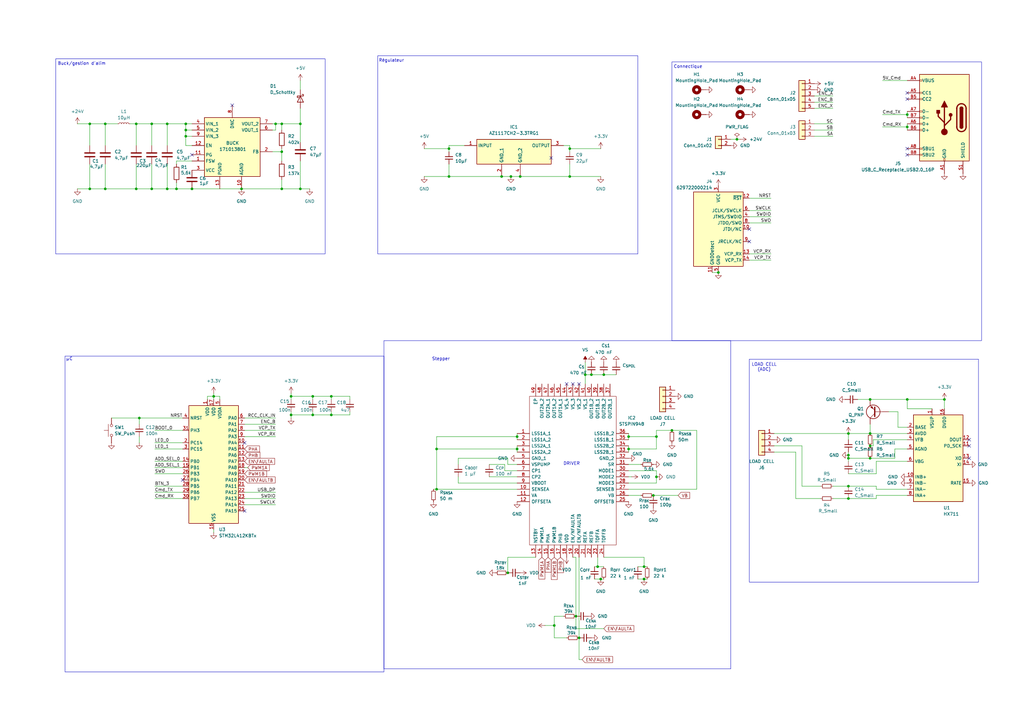
<source format=kicad_sch>
(kicad_sch (version 20250114) (generator "eeschema") (generator_version "9.0")
  (paper "A3")
  (title_block (title "PCB Frein") (company "ENSEA") (comment 1 "fait par SIMU4DX"))
  (lib_symbols
    (symbol "Analog_ADC:HX711"
      (property "Reference" "U1" (at 2.1433 -20.32 0))
      (property "Value" "HX711" (at 2.1433 -22.86 0))
      (symbol "HX711_1_1"
        (pin passive line (at -12.7 12.7 0) (length 2.54) (name "BASE") (number "2"))
        (pin power_in line (at -12.7 10.16 0) (length 2.54) (name "AVDD") (number "3"))
        (pin input line (at -12.7 7.62 0) (length 2.54) (name "VFB") (number "4"))
        (pin power_in line (at -12.7 3.81 0) (length 2.54) (name "AGND") (number "5"))
        (pin passive line (at -12.7 -1.27 0) (length 2.54) (name "VBG") (number "6"))
        (pin input line (at -12.7 -7.62 0) (length 2.54) (name "INB+") (number "10"))
        (pin input line (at -12.7 -10.16 0) (length 2.54) (name "INB-") (number "9"))
        (pin input line (at -12.7 -12.7 0) (length 2.54) (name "INA-") (number "7"))
        (pin input line (at -12.7 -15.24 0) (length 2.54) (name "INA+") (number "8"))
        (pin power_in line (at -2.54 20.32 270) (length 2.54) (name "VSUP") (number "1"))
        (pin power_in line (at 2.54 20.32 270) (length 2.54) (name "DVDD") (number "16"))
        (pin output line (at 12.7 7.62 180) (length 2.54) (name "DOUT") (number "12"))
        (pin input line (at 12.7 5.08 180) (length 2.54) (name "PD_SCK") (number "11"))
        (pin passive line (at 12.7 0 180) (length 2.54) (name "XO") (number "13"))
        (pin passive line (at 12.7 -2.54 180) (length 2.54) (name "XI") (number "14"))
        (pin input line (at 12.7 -10.16 180) (length 2.54) (name "RATE") (number "15"))
      )
    )
    (symbol "Connector:Conn_ST_STDC14"
      (property "Reference" "J" (at -8.89 16.51 0))
      (property "Value" "Conn_ST_STDC14" (at 17.78 16.51 0))
      (symbol "Conn_ST_STDC14_1_1"
        (pin no_connect line (at -10.16 5.08 0) (length 2.54) (hide yes) (name "NC") (number "1"))
        (pin no_connect line (at -10.16 2.54 0) (length 2.54) (hide yes) (name "NC") (number "2"))
        (pin passive line (at -2.54 -17.78 90) (length 2.54) (name "GNDDetect") (number "11"))
        (pin power_in line (at 0 17.78 270) (length 2.54) (name "VCC") (number "3"))
        (pin power_in line (at 0 -17.78 90) (length 2.54) (name "GND") (number "5"))
        (pin passive line (at 0 -17.78 90) (length 2.54) (hide yes) (name "GND") (number "7"))
        (pin open_collector line (at 12.7 12.7 180) (length 2.54) (name "~{RST}") (number "12"))
        (pin output line (at 12.7 7.62 180) (length 2.54) (name "JCLK/SWCLK") (number "6"))
        (pin bidirectional line (at 12.7 5.08 180) (length 2.54) (name "JTMS/SWDIO") (number "4"))
        (pin input line (at 12.7 2.54 180) (length 2.54) (name "JTDO/SWO") (number "8"))
        (pin output line (at 12.7 0 180) (length 2.54) (name "JTDI/NC") (number "10"))
        (pin input line (at 12.7 -5.08 180) (length 2.54) (name "JRCLK/NC") (number "9"))
        (pin output line (at 12.7 -10.16 180) (length 2.54) (name "VCP_RX") (number "13"))
        (pin input line (at 12.7 -12.7 180) (length 2.54) (name "VCP_TX") (number "14"))
      )
    )
    (symbol "Connector:USB_C_Receptacle_USB2.0_16P" (pin_names (offset 1.016))
      (property "Reference" "J" (at 0 22.225 0))
      (property "Value" "USB_C_Receptacle_USB2.0_16P" (at 0 19.685 0))
      (symbol "USB_C_Receptacle_USB2.0_16P_1_1"
        (pin passive line (at -7.62 -22.86 90) (length 5.08) (name "SHIELD") (number "S1"))
        (pin passive line (at 0 -22.86 90) (length 5.08) (name "GND") (number "A1"))
        (pin passive line (at 0 -22.86 90) (length 5.08) (hide yes) (name "GND") (number "A12"))
        (pin passive line (at 0 -22.86 90) (length 5.08) (hide yes) (name "GND") (number "B1"))
        (pin passive line (at 0 -22.86 90) (length 5.08) (hide yes) (name "GND") (number "B12"))
        (pin passive line (at 15.24 15.24 180) (length 5.08) (name "VBUS") (number "A4"))
        (pin passive line (at 15.24 15.24 180) (length 5.08) (hide yes) (name "VBUS") (number "A9"))
        (pin passive line (at 15.24 15.24 180) (length 5.08) (hide yes) (name "VBUS") (number "B4"))
        (pin passive line (at 15.24 15.24 180) (length 5.08) (hide yes) (name "VBUS") (number "B9"))
        (pin bidirectional line (at 15.24 10.16 180) (length 5.08) (name "CC1") (number "A5"))
        (pin bidirectional line (at 15.24 7.62 180) (length 5.08) (name "CC2") (number "B5"))
        (pin bidirectional line (at 15.24 2.54 180) (length 5.08) (name "D-") (number "A7"))
        (pin bidirectional line (at 15.24 0 180) (length 5.08) (name "D-") (number "B7"))
        (pin bidirectional line (at 15.24 -2.54 180) (length 5.08) (name "D+") (number "A6"))
        (pin bidirectional line (at 15.24 -5.08 180) (length 5.08) (name "D+") (number "B6"))
        (pin bidirectional line (at 15.24 -12.7 180) (length 5.08) (name "SBU1") (number "A8"))
        (pin bidirectional line (at 15.24 -15.24 180) (length 5.08) (name "SBU2") (number "B8"))
      )
    )
    (symbol "Connector_Generic:Conn_01x02" (pin_names (offset 1.016) (hide yes))
      (property "Reference" "J" (at 0 2.54 0))
      (property "Value" "Conn_01x02" (at 0 -5.08 0))
      (symbol "Conn_01x02_1_1"
        (pin passive line (at -5.08 0 0) (length 3.81) (name "Pin_1") (number "1"))
        (pin passive line (at -5.08 -2.54 0) (length 3.81) (name "Pin_2") (number "2"))
      )
    )
    (symbol "Connector_Generic:Conn_01x03" (pin_names (offset 1.016) (hide yes))
      (property "Reference" "J" (at 0 5.08 0))
      (property "Value" "Conn_01x03" (at 0 -5.08 0))
      (symbol "Conn_01x03_1_1"
        (pin passive line (at -5.08 2.54 0) (length 3.81) (name "Pin_1") (number "1"))
        (pin passive line (at -5.08 0 0) (length 3.81) (name "Pin_2") (number "2"))
        (pin passive line (at -5.08 -2.54 0) (length 3.81) (name "Pin_3") (number "3"))
      )
    )
    (symbol "Connector_Generic:Conn_01x04" (pin_names (offset 1.016) (hide yes))
      (property "Reference" "J" (at 0 5.08 0))
      (property "Value" "Conn_01x04" (at 0 -7.62 0))
      (symbol "Conn_01x04_1_1"
        (pin passive line (at -5.08 2.54 0) (length 3.81) (name "Pin_1") (number "1"))
        (pin passive line (at -5.08 0 0) (length 3.81) (name "Pin_2") (number "2"))
        (pin passive line (at -5.08 -2.54 0) (length 3.81) (name "Pin_3") (number "3"))
        (pin passive line (at -5.08 -5.08 0) (length 3.81) (name "Pin_4") (number "4"))
      )
    )
    (symbol "Connector_Generic:Conn_01x05" (pin_names (offset 1.016) (hide yes))
      (property "Reference" "J" (at 0 7.62 0))
      (property "Value" "Conn_01x05" (at 0 -7.62 0))
      (symbol "Conn_01x05_1_1"
        (pin passive line (at -5.08 5.08 0) (length 3.81) (name "Pin_1") (number "1"))
        (pin passive line (at -5.08 2.54 0) (length 3.81) (name "Pin_2") (number "2"))
        (pin passive line (at -5.08 0 0) (length 3.81) (name "Pin_3") (number "3"))
        (pin passive line (at -5.08 -2.54 0) (length 3.81) (name "Pin_4") (number "4"))
        (pin passive line (at -5.08 -5.08 0) (length 3.81) (name "Pin_5") (number "5"))
      )
    )
    (symbol "Device:C" (pin_numbers (hide yes)) (pin_names (offset 0.254))
      (property "Reference" "C" (at 0.635 2.54 0))
      (property "Value" "C" (at 0.635 -2.54 0))
      (symbol "C_1_1"
        (pin passive line (at 0 3.81 270) (length 2.794) (name "~") (number "1"))
        (pin passive line (at 0 -3.81 90) (length 2.794) (name "~") (number "2"))
      )
    )
    (symbol "Device:C_Small" (pin_numbers (hide yes)) (pin_names (offset 0.254) (hide yes))
      (property "Reference" "C" (at 0.254 1.778 0))
      (property "Value" "C_Small" (at 0.254 -2.032 0))
      (symbol "C_Small_1_1"
        (pin passive line (at 0 2.54 270) (length 2.032) (name "~") (number "1"))
        (pin passive line (at 0 -2.54 90) (length 2.032) (name "~") (number "2"))
      )
    )
    (symbol "Device:D_Schottky" (pin_numbers (hide yes)) (pin_names (offset 1.016) (hide yes))
      (property "Reference" "D" (at 0 2.54 0))
      (property "Value" "D_Schottky" (at 0 -2.54 0))
      (symbol "D_Schottky_1_1"
        (pin passive line (at -3.81 0 0) (length 2.54) (name "K") (number "1"))
        (pin passive line (at 3.81 0 180) (length 2.54) (name "A") (number "2"))
      )
    )
    (symbol "Device:L_Small" (pin_numbers (hide yes)) (pin_names (offset 0.254) (hide yes))
      (property "Reference" "L" (at 0.762 1.016 0))
      (property "Value" "L_Small" (at 0.762 -1.016 0))
      (symbol "L_Small_1_1"
        (pin passive line (at 0 2.54 270) (length 0.508) (name "~") (number "1"))
        (pin passive line (at 0 -2.54 90) (length 0.508) (name "~") (number "2"))
      )
    )
    (symbol "Device:Q_PNP" (pin_numbers (hide yes)) (pin_names (offset 0) (hide yes))
      (property "Reference" "Q" (at 5.08 1.27 0))
      (property "Value" "Q_PNP" (at 5.08 -1.27 0))
      (symbol "Q_PNP_1_1"
        (pin input line (at -5.08 0 0) (length 2.54) (name "B") (number "B"))
        (pin passive line (at 2.54 5.08 270) (length 2.54) (name "C") (number "C"))
        (pin passive line (at 2.54 -5.08 90) (length 2.54) (name "E") (number "E"))
      )
    )
    (symbol "Device:R" (pin_numbers (hide yes)) (pin_names (offset 0))
      (property "Reference" "R" (at 2.032 0 90))
      (property "Value" "R" (at 0 0 90))
      (symbol "R_1_1"
        (pin passive line (at 0 3.81 270) (length 1.27) (name "~") (number "1"))
        (pin passive line (at 0 -3.81 90) (length 1.27) (name "~") (number "2"))
      )
    )
    (symbol "Device:R_Small" (pin_numbers (hide yes)) (pin_names (offset 0.254) (hide yes))
      (property "Reference" "R" (at 0.762 0.508 0))
      (property "Value" "R_Small" (at 0.762 -1.016 0))
      (symbol "R_Small_1_1"
        (pin passive line (at 0 2.54 270) (length 0.762) (name "~") (number "1"))
        (pin passive line (at 0 -2.54 90) (length 0.762) (name "~") (number "2"))
      )
    )
    (symbol "MCU_ST_STM32L4:STM32L412KBTx"
      (property "Reference" "U" (at -10.16 26.67 0))
      (property "Value" "STM32L412KBTx" (at 5.08 26.67 0))
      (symbol "STM32L412KBTx_1_1"
        (pin input line (at -12.7 20.32 0) (length 2.54) (name "NRST") (number "4"))
        (pin bidirectional line (at -12.7 15.24 0) (length 2.54) (name "PH3") (number "31"))
        (pin bidirectional line (at -12.7 10.16 0) (length 2.54) (name "PC14") (number "2"))
        (pin bidirectional line (at -12.7 7.62 0) (length 2.54) (name "PC15") (number "3"))
        (pin bidirectional line (at -12.7 2.54 0) (length 2.54) (name "PB0") (number "14"))
        (pin bidirectional line (at -12.7 0 0) (length 2.54) (name "PB1") (number "15"))
        (pin bidirectional line (at -12.7 -2.54 0) (length 2.54) (name "PB3") (number "26"))
        (pin bidirectional line (at -12.7 -5.08 0) (length 2.54) (name "PB4") (number "27"))
        (pin bidirectional line (at -12.7 -7.62 0) (length 2.54) (name "PB5") (number "28"))
        (pin bidirectional line (at -12.7 -10.16 0) (length 2.54) (name "PB6") (number "29"))
        (pin bidirectional line (at -12.7 -12.7 0) (length 2.54) (name "PB7") (number "30"))
        (pin power_in line (at -2.54 27.94 270) (length 2.54) (name "VDD") (number "1"))
        (pin power_in line (at 0 27.94 270) (length 2.54) (name "VDD") (number "17"))
        (pin power_in line (at 0 -25.4 90) (length 2.54) (name "VSS") (number "16"))
        (pin passive line (at 0 -25.4 90) (length 2.54) (hide yes) (name "VSS") (number "32"))
        (pin power_in line (at 2.54 27.94 270) (length 2.54) (name "VDDA") (number "5"))
        (pin bidirectional line (at 12.7 20.32 180) (length 2.54) (name "PA0") (number "6"))
        (pin bidirectional line (at 12.7 17.78 180) (length 2.54) (name "PA1") (number "7"))
        (pin bidirectional line (at 12.7 15.24 180) (length 2.54) (name "PA2") (number "8"))
        (pin bidirectional line (at 12.7 12.7 180) (length 2.54) (name "PA3") (number "9"))
        (pin bidirectional line (at 12.7 10.16 180) (length 2.54) (name "PA4") (number "10"))
        (pin bidirectional line (at 12.7 7.62 180) (length 2.54) (name "PA5") (number "11"))
        (pin bidirectional line (at 12.7 5.08 180) (length 2.54) (name "PA6") (number "12"))
        (pin bidirectional line (at 12.7 2.54 180) (length 2.54) (name "PA7") (number "13"))
        (pin bidirectional line (at 12.7 0 180) (length 2.54) (name "PA8") (number "18"))
        (pin bidirectional line (at 12.7 -2.54 180) (length 2.54) (name "PA9") (number "19"))
        (pin bidirectional line (at 12.7 -5.08 180) (length 2.54) (name "PA10") (number "20"))
        (pin bidirectional line (at 12.7 -7.62 180) (length 2.54) (name "PA11") (number "21"))
        (pin bidirectional line (at 12.7 -10.16 180) (length 2.54) (name "PA12") (number "22"))
        (pin bidirectional line (at 12.7 -12.7 180) (length 2.54) (name "PA13") (number "23"))
        (pin bidirectional line (at 12.7 -15.24 180) (length 2.54) (name "PA14") (number "24"))
        (pin bidirectional line (at 12.7 -17.78 180) (length 2.54) (name "PA15") (number "25"))
      )
    )
    (symbol "Mechanical:MountingHole_Pad" (pin_numbers (hide yes)) (pin_names (offset 1.016) (hide yes)) (exclude_from_sim yes) (in_bom no)
      (property "Reference" "H" (at 0 6.35 0))
      (property "Value" "MountingHole_Pad" (at 0 4.445 0))
      (symbol "MountingHole_Pad_1_1"
        (pin input line (at 0 -2.54 90) (length 2.54) (name "1") (number "1"))
      )
    )
    (symbol "STSPIN948:STSPIN948" (pin_names (offset 0.762))
      (property "Reference" "IC" (at 41.91 20.32 0))
      (property "Value" "STSPIN948" (at 41.91 17.78 0))
      (symbol "STSPIN948_0_0"
        (pin passive line (at 0 0 0) (length 5.08) (name "LSS1A_1") (number "1"))
        (pin passive line (at 0 -2.54 0) (length 5.08) (name "LSS1A_2") (number "2"))
        (pin passive line (at 0 -5.08 0) (length 5.08) (name "LSS2A_1") (number "3"))
        (pin passive line (at 0 -7.62 0) (length 5.08) (name "LSS2A_2") (number "4"))
        (pin passive line (at 0 -10.16 0) (length 5.08) (name "GND_1") (number "5"))
        (pin passive line (at 0 -12.7 0) (length 5.08) (name "VSPUMP") (number "6"))
        (pin passive line (at 0 -15.24 0) (length 5.08) (name "CP1") (number "7"))
        (pin passive line (at 0 -17.78 0) (length 5.08) (name "CP2") (number "8"))
        (pin passive line (at 0 -20.32 0) (length 5.08) (name "VBOOT") (number "9"))
        (pin passive line (at 0 -22.86 0) (length 5.08) (name "SENSEA") (number "10"))
        (pin passive line (at 0 -25.4 0) (length 5.08) (name "VA") (number "11"))
        (pin passive line (at 0 -27.94 0) (length 5.08) (name "OFFSETA") (number "12"))
        (pin passive line (at 7.62 20.32 270) (length 5.08) (name "EP") (number "49"))
        (pin passive line (at 7.62 -50.8 90) (length 5.08) (name "NSTBY") (number "13"))
        (pin passive line (at 10.16 20.32 270) (length 5.08) (name "OUT2A_2") (number "48"))
        (pin passive line (at 10.16 -50.8 90) (length 5.08) (name "PWM1A") (number "14"))
        (pin passive line (at 12.7 20.32 270) (length 5.08) (name "OUT2A_1") (number "47"))
        (pin passive line (at 12.7 -50.8 90) (length 5.08) (name "PHA") (number "15"))
        (pin passive line (at 15.24 20.32 270) (length 5.08) (name "OUT1A_2") (number "46"))
        (pin passive line (at 15.24 -50.8 90) (length 5.08) (name "PWM1B") (number "16"))
        (pin passive line (at 17.78 20.32 270) (length 5.08) (name "OUT1A_1") (number "45"))
        (pin passive line (at 17.78 -50.8 90) (length 5.08) (name "PHB") (number "17"))
        (pin passive line (at 20.32 20.32 270) (length 5.08) (name "VS_4") (number "44"))
        (pin passive line (at 20.32 -50.8 90) (length 5.08) (name "VDD") (number "18"))
        (pin passive line (at 22.86 20.32 270) (length 5.08) (name "VS_3") (number "43"))
        (pin passive line (at 22.86 -50.8 90) (length 5.08) (name "EN/NFAULTA") (number "19"))
        (pin passive line (at 25.4 20.32 270) (length 5.08) (name "VS_2") (number "42"))
        (pin passive line (at 25.4 -50.8 90) (length 5.08) (name "EN/NFAULTB") (number "20"))
        (pin passive line (at 27.94 20.32 270) (length 5.08) (name "VS_1") (number "41"))
        (pin passive line (at 27.94 -50.8 90) (length 5.08) (name "REFA") (number "21"))
        (pin passive line (at 30.48 20.32 270) (length 5.08) (name "OUT1B_2") (number "40"))
        (pin passive line (at 30.48 -50.8 90) (length 5.08) (name "REFB") (number "22"))
        (pin passive line (at 33.02 20.32 270) (length 5.08) (name "OUT1B_1") (number "39"))
        (pin passive line (at 33.02 -50.8 90) (length 5.08) (name "TOFFA") (number "23"))
        (pin passive line (at 35.56 20.32 270) (length 5.08) (name "OUT2B_2") (number "38"))
        (pin passive line (at 35.56 -50.8 90) (length 5.08) (name "TOFFB") (number "24"))
        (pin passive line (at 38.1 20.32 270) (length 5.08) (name "OUT2B_1") (number "37"))
        (pin passive line (at 45.72 0 180) (length 5.08) (name "LSS1B_2") (number "36"))
        (pin passive line (at 45.72 -2.54 180) (length 5.08) (name "LSS1B_1") (number "35"))
        (pin passive line (at 45.72 -5.08 180) (length 5.08) (name "LSS2B_2") (number "34"))
        (pin passive line (at 45.72 -7.62 180) (length 5.08) (name "LSS2B_1") (number "33"))
        (pin passive line (at 45.72 -10.16 180) (length 5.08) (name "GND_2") (number "32"))
        (pin passive line (at 45.72 -12.7 180) (length 5.08) (name "SR") (number "31"))
        (pin passive line (at 45.72 -15.24 180) (length 5.08) (name "MODE1") (number "30"))
        (pin passive line (at 45.72 -17.78 180) (length 5.08) (name "MODE2") (number "29"))
        (pin passive line (at 45.72 -20.32 180) (length 5.08) (name "MODE3") (number "28"))
        (pin passive line (at 45.72 -22.86 180) (length 5.08) (name "SENSEB") (number "27"))
        (pin passive line (at 45.72 -25.4 180) (length 5.08) (name "VB") (number "26"))
        (pin passive line (at 45.72 -27.94 180) (length 5.08) (name "OFFSETB") (number "25"))
      )
    )
    (symbol "SamacSys_Parts:171013801"
      (property "Reference" "PS1" (at 17.018 -7.874 0))
      (property "Value" "171013801" (at 17.526 -9.906 0))
      (symbol "171013801_1_1"
        (pin passive line (at 0 0 0) (length 5.08) (name "VIN_1") (number "4"))
        (pin passive line (at 0 -2.54 0) (length 5.08) (name "VIN_2") (number "5"))
        (pin passive line (at 0 -5.08 0) (length 5.08) (name "VIN_3") (number "9"))
        (pin passive line (at 0 -8.89 0) (length 5.08) (name "EN") (number "12"))
        (pin passive line (at 0 -12.7 0) (length 5.08) (name "PG") (number "11"))
        (pin passive line (at 0 -15.24 0) (length 5.08) (name "FSW") (number "1"))
        (pin passive line (at 0 -19.05 0) (length 5.08) (name "VCC") (number "3"))
        (pin passive line (at 11.43 -26.67 90) (length 5.08) (name "PGND") (number "13"))
        (pin passive line (at 16.51 7.62 270) (length 5.08) (name "DNC") (number "8"))
        (pin passive line (at 20.32 -26.67 90) (length 5.08) (name "AGND") (number "10"))
        (pin passive line (at 33.02 0 180) (length 5.08) (name "VOUT_2") (number "7"))
        (pin passive line (at 33.02 -2.54 180) (length 5.08) (name "VOUT_1") (number "6"))
        (pin passive line (at 33.02 -11.43 180) (length 5.08) (name "FB") (number "2"))
      )
    )
    (symbol "SamacSys_Parts:AZ1117CH2-3.3TRG1"
      (property "Reference" "IC1" (at 20.32 7.62 0))
      (property "Value" "AZ1117CH2-3.3TRG1" (at 20.32 5.08 0))
      (symbol "AZ1117CH2-3.3TRG1_1_1"
        (pin passive line (at 0 0 0) (length 5.08) (name "INPUT") (number "1"))
        (pin passive line (at 15.24 -12.7 90) (length 5.08) (name "GND_1") (number "2"))
        (pin passive line (at 22.86 -12.7 90) (length 5.08) (name "GND_2") (number "4"))
        (pin passive line (at 40.64 0 180) (length 5.08) (name "OUTPUT") (number "3"))
      )
    )
    (symbol "Switch:SW_Push" (pin_numbers (hide yes)) (pin_names (offset 1.016) (hide yes))
      (property "Reference" "SW" (at 1.27 2.54 0))
      (property "Value" "SW_Push" (at 0 -1.524 0))
      (symbol "SW_Push_0_1"
        (pin passive line (at -5.08 0 0) (length 2.54) (name "1") (number "1"))
        (pin passive line (at 5.08 0 180) (length 2.54) (name "2") (number "2"))
      )
    )
    (symbol "power:+24V" (power) (pin_numbers (hide yes)) (pin_names (offset 0) (hide yes))
      (property "Value" "+24V" (at 0 3.556 0))
      (symbol "+24V_1_1"
        (pin power_in line (at 0 0 90) (length 0) (name "~") (number "1"))
      )
    )
    (symbol "power:+3.3V" (power) (pin_numbers (hide yes)) (pin_names (offset 0) (hide yes))
      (property "Value" "+3.3V" (at 0 3.556 0))
      (symbol "+3.3V_1_1"
        (pin power_in line (at 0 0 90) (length 0) (name "~") (number "1"))
      )
    )
    (symbol "power:+5V" (power) (pin_numbers (hide yes)) (pin_names (offset 0) (hide yes))
      (property "Value" "+5V" (at 0 3.556 0))
      (symbol "+5V_1_1"
        (pin power_in line (at 0 0 90) (length 0) (name "~") (number "1"))
      )
    )
    (symbol "power:GND" (power) (pin_numbers (hide yes)) (pin_names (offset 0) (hide yes))
      (property "Value" "GND" (at 0 -3.81 0))
      (symbol "GND_1_1"
        (pin power_in line (at 0 0 270) (length 0) (name "~") (number "1"))
      )
    )
    (symbol "power:PWR_FLAG" (power) (pin_numbers (hide yes)) (pin_names (offset 0) (hide yes))
      (property "Value" "PWR_FLAG" (at 0 3.81 0))
      (symbol "PWR_FLAG_0_0"
        (pin power_out line (at 0 0 90) (length 0) (name "~") (number "1"))
      )
    )
    (symbol "power:VDD" (power) (pin_numbers (hide yes)) (pin_names (offset 0) (hide yes))
      (property "Value" "VDD" (at 0 3.556 0))
      (symbol "VDD_1_1"
        (pin power_in line (at 0 0 90) (length 0) (name "~") (number "1"))
      )
    )
    (symbol "power:VS" (power) (pin_numbers (hide yes)) (pin_names (offset 0) (hide yes))
      (property "Value" "VS" (at 0 3.556 0))
      (symbol "VS_1_1"
        (pin power_in line (at 0 0 90) (length 0) (name "~") (number "1"))
      )
    )
  )
  (rectangle (start 154.94 22.86) (end 261.62 104.14))
  (rectangle (start 26.67 146.05) (end 157.48 275.59))
  (rectangle (start 307.34 147.32) (end 401.32 238.76))
  (rectangle (start 275.59 25.4) (end 402.59 139.7))
  (rectangle (start 22.86 24.13) (end 133.35 104.14))
  (rectangle (start 157.48 139.7) (end 299.72 274.32))
  (text "LOAD CELL\n(ADC)\n" (at 313.436 150.622 0) (effects (font (size 1.27 1.27))))
  (text "DRIVER\n" (at 234.442 190.246 0) (effects (font (size 1.27 1.27))))
  (text "Stepper" (at 180.848 147.32 0) (effects (font (size 1.27 1.27))))
  (text "Connectique\n" (at 282.194 27.432 0) (effects (font (size 1.27 1.27))))
  (text "µC\n" (at 28.448 147.32 0) (effects (font (size 1.27 1.27))))
  (text "Buck/gestion d'alim\n" (at 33.528 26.162 0) (effects (font (size 1.27 1.27))))
  (text "Régulateur" (at 160.528 24.892 0) (effects (font (size 1.27 1.27))))
  (junction (at 347.98 187.96))
  (junction (at 123.19 77.47))
  (junction (at 62.23 77.47))
  (junction (at 184.15 60.96))
  (junction (at 115.57 62.23))
  (junction (at 123.19 50.8))
  (junction (at 78.74 77.47))
  (junction (at 242.57 153.67))
  (junction (at 267.97 203.2))
  (junction (at 387.35 163.83))
  (junction (at 372.11 52.07))
  (junction (at 246.38 237.49))
  (junction (at 36.83 50.8))
  (junction (at 99.06 77.47))
  (junction (at 87.63 162.56))
  (junction (at 269.24 195.58))
  (junction (at 68.58 50.8))
  (junction (at 209.55 72.39))
  (junction (at 275.59 176.53))
  (junction (at 55.88 50.8))
  (junction (at 76.2 50.8))
  (junction (at 76.2 53.34))
  (junction (at 257.81 184.15))
  (junction (at 205.74 72.39))
  (junction (at 356.87 163.83))
  (junction (at 43.18 77.47))
  (junction (at 184.15 72.39))
  (junction (at 212.09 184.15))
  (junction (at 213.36 72.39))
  (junction (at 179.07 184.15))
  (junction (at 36.83 77.47))
  (junction (at 236.22 252.73))
  (junction (at 227.33 256.54))
  (junction (at 233.68 72.39))
  (junction (at 240.03 153.67))
  (junction (at 128.27 162.56))
  (junction (at 372.11 46.99))
  (junction (at 264.16 232.41))
  (junction (at 62.23 50.8))
  (junction (at 68.58 77.47))
  (junction (at 356.87 187.96))
  (junction (at 115.57 50.8))
  (junction (at 372.11 163.83))
  (junction (at 264.16 237.49))
  (junction (at 302.26 57.15))
  (junction (at 43.18 50.8))
  (junction (at 269.24 179.07))
  (junction (at 347.98 204.47))
  (junction (at 356.87 177.8))
  (junction (at 119.38 162.56))
  (junction (at 113.03 50.8))
  (junction (at 347.98 186.69))
  (junction (at 245.11 232.41))
  (junction (at 237.49 261.62))
  (junction (at 57.15 171.45))
  (junction (at 347.98 177.8))
  (junction (at 294.64 111.76))
  (junction (at 212.09 179.07))
  (junction (at 179.07 200.66))
  (junction (at 347.98 199.39))
  (junction (at 257.81 179.07))
  (junction (at 247.65 153.67))
  (junction (at 135.89 162.56))
  (junction (at 208.28 234.95))
  (junction (at 119.38 170.18))
  (junction (at 233.68 60.96))
  (junction (at 115.57 77.47))
  (junction (at 76.2 55.88))
  (junction (at 55.88 77.47))
  (junction (at 128.27 170.18))
  (junction (at 135.89 170.18))
  (junction (at 72.39 77.47))
  (junction (at 356.87 182.88))
  (no_connect (at 397.51 187.96))
  (no_connect (at 307.34 93.98))
  (no_connect (at 372.11 63.5))
  (no_connect (at 234.95 157.48))
  (no_connect (at 372.11 60.96))
  (no_connect (at 307.34 99.06))
  (no_connect (at 95.25 43.18))
  (no_connect (at 226.06 64.77))
  (no_connect (at 74.93 196.85))
  (no_connect (at 78.74 63.5))
  (no_connect (at 100.33 181.61))
  (no_connect (at 232.41 157.48))
  (no_connect (at 397.51 180.34))
  (no_connect (at 100.33 209.55))
  (no_connect (at 372.11 38.1))
  (no_connect (at 397.51 182.88))
  (no_connect (at 237.49 157.48))
  (no_connect (at 372.11 40.64))
  (wire (pts (xy 87.63 161.29) (xy 87.63 162.56)))
  (wire (pts (xy 361.95 33.02) (xy 372.11 33.02)))
  (wire (pts (xy 240.03 153.67) (xy 240.03 148.59)))
  (wire (pts (xy 115.57 77.47) (xy 123.19 77.47)))
  (wire (pts (xy 36.83 77.47) (xy 43.18 77.47)))
  (wire (pts (xy 179.07 179.07) (xy 179.07 184.15)))
  (wire (pts (xy 63.5 189.23) (xy 74.93 189.23)))
  (wire (pts (xy 115.57 50.8) (xy 115.57 53.34)))
  (wire (pts (xy 328.93 182.88) (xy 317.5 182.88)))
  (wire (pts (xy 78.74 59.69) (xy 76.2 59.69)))
  (wire (pts (xy 326.39 204.47) (xy 336.55 204.47)))
  (wire (pts (xy 359.41 194.31) (xy 347.98 194.31)))
  (wire (pts (xy 257.81 179.07) (xy 269.24 179.07)))
  (wire (pts (xy 123.19 50.8) (xy 123.19 58.42)))
  (wire (pts (xy 100.33 176.53) (xy 113.03 176.53)))
  (wire (pts (xy 63.5 191.77) (xy 74.93 191.77)))
  (wire (pts (xy 367.03 187.96) (xy 356.87 187.96)))
  (wire (pts (xy 184.15 59.69) (xy 184.15 60.96)))
  (wire (pts (xy 100.33 191.77) (xy 101.6 191.77)))
  (wire (pts (xy 173.99 60.96) (xy 184.15 60.96)))
  (wire (pts (xy 257.81 177.8) (xy 257.81 179.07)))
  (wire (pts (xy 123.19 33.02) (xy 123.19 36.83)))
  (wire (pts (xy 233.68 59.69) (xy 233.68 60.96)))
  (wire (pts (xy 269.24 198.12) (xy 257.81 198.12)))
  (wire (pts (xy 78.74 66.04) (xy 72.39 66.04)))
  (wire (pts (xy 372.11 46.99) (xy 372.11 48.26)))
  (wire (pts (xy 128.27 162.56) (xy 128.27 163.83)))
  (wire (pts (xy 123.19 44.45) (xy 123.19 50.8)))
  (wire (pts (xy 184.15 60.96) (xy 184.15 62.23)))
  (wire (pts (xy 245.11 228.6) (xy 245.11 232.41)))
  (wire (pts (xy 264.16 237.49) (xy 265.43 237.49)))
  (wire (pts (xy 179.07 184.15) (xy 179.07 200.66)))
  (wire (pts (xy 200.66 190.5) (xy 207.01 190.5)))
  (wire (pts (xy 208.28 228.6) (xy 219.71 228.6)))
  (wire (pts (xy 208.28 228.6) (xy 208.28 234.95)))
  (wire (pts (xy 57.15 171.45) (xy 74.93 171.45)))
  (wire (pts (xy 307.34 81.28) (xy 316.23 81.28)))
  (wire (pts (xy 372.11 203.2) (xy 359.41 203.2)))
  (wire (pts (xy 367.03 184.15) (xy 367.03 187.96)))
  (wire (pts (xy 45.72 171.45) (xy 57.15 171.45)))
  (wire (pts (xy 364.49 168.91) (xy 368.3 168.91)))
  (wire (pts (xy 187.96 190.5) (xy 187.96 187.96)))
  (wire (pts (xy 341.63 199.39) (xy 347.98 199.39)))
  (wire (pts (xy 307.34 86.36) (xy 316.23 86.36)))
  (wire (pts (xy 209.55 72.39) (xy 213.36 72.39)))
  (wire (pts (xy 359.41 189.23) (xy 359.41 194.31)))
  (wire (pts (xy 261.62 237.49) (xy 264.16 237.49)))
  (wire (pts (xy 190.5 59.69) (xy 184.15 59.69)))
  (wire (pts (xy 128.27 162.56) (xy 119.38 162.56)))
  (wire (pts (xy 259.08 195.58) (xy 257.81 195.58)))
  (wire (pts (xy 208.28 187.96) (xy 208.28 190.5)))
  (wire (pts (xy 57.15 179.07) (xy 57.15 181.61)))
  (wire (pts (xy 334.01 44.45) (xy 341.63 44.45)))
  (wire (pts (xy 303.53 57.15) (xy 302.26 57.15)))
  (wire (pts (xy 72.39 66.04) (xy 72.39 67.31)))
  (wire (pts (xy 63.5 184.15) (xy 74.93 184.15)))
  (wire (pts (xy 63.5 176.53) (xy 74.93 176.53)))
  (wire (pts (xy 269.24 176.53) (xy 275.59 176.53)))
  (wire (pts (xy 262.89 190.5) (xy 257.81 190.5)))
  (wire (pts (xy 72.39 77.47) (xy 78.74 77.47)))
  (wire (pts (xy 43.18 77.47) (xy 55.88 77.47)))
  (wire (pts (xy 208.28 190.5) (xy 212.09 190.5)))
  (wire (pts (xy 240.03 157.48) (xy 240.03 153.67)))
  (wire (pts (xy 356.87 173.99) (xy 356.87 177.8)))
  (wire (pts (xy 100.33 171.45) (xy 113.03 171.45)))
  (wire (pts (xy 372.11 163.83) (xy 356.87 163.83)))
  (wire (pts (xy 57.15 173.99) (xy 57.15 171.45)))
  (wire (pts (xy 247.65 257.81) (xy 236.22 257.81)))
  (wire (pts (xy 76.2 50.8) (xy 76.2 53.34)))
  (wire (pts (xy 135.89 170.18) (xy 135.89 168.91)))
  (wire (pts (xy 233.68 72.39) (xy 246.38 72.39)))
  (wire (pts (xy 173.99 72.39) (xy 184.15 72.39)))
  (wire (pts (xy 53.34 50.8) (xy 55.88 50.8)))
  (wire (pts (xy 76.2 59.69) (xy 76.2 55.88)))
  (wire (pts (xy 307.34 91.44) (xy 316.23 91.44)))
  (wire (pts (xy 372.11 189.23) (xy 359.41 189.23)))
  (wire (pts (xy 359.41 203.2) (xy 359.41 204.47)))
  (wire (pts (xy 62.23 50.8) (xy 62.23 59.69)))
  (wire (pts (xy 207.01 193.04) (xy 212.09 193.04)))
  (wire (pts (xy 90.17 163.83) (xy 90.17 162.56)))
  (wire (pts (xy 128.27 170.18) (xy 128.27 168.91)))
  (wire (pts (xy 269.24 195.58) (xy 269.24 198.12)))
  (wire (pts (xy 264.16 232.41) (xy 265.43 232.41)))
  (wire (pts (xy 372.11 45.72) (xy 372.11 46.99)))
  (wire (pts (xy 257.81 184.15) (xy 257.81 185.42)))
  (wire (pts (xy 111.76 62.23) (xy 115.57 62.23)))
  (wire (pts (xy 111.76 50.8) (xy 113.03 50.8)))
  (wire (pts (xy 135.89 162.56) (xy 135.89 163.83)))
  (wire (pts (xy 179.07 200.66) (xy 212.09 200.66)))
  (wire (pts (xy 237.49 228.6) (xy 237.49 261.62)))
  (wire (pts (xy 143.51 168.91) (xy 143.51 170.18)))
  (wire (pts (xy 247.65 153.67) (xy 252.73 153.67)))
  (wire (pts (xy 382.27 167.64) (xy 372.11 167.64)))
  (wire (pts (xy 387.35 163.83) (xy 372.11 163.83)))
  (wire (pts (xy 207.01 190.5) (xy 207.01 193.04)))
  (wire (pts (xy 123.19 77.47) (xy 127 77.47)))
  (wire (pts (xy 119.38 171.45) (xy 119.38 170.18)))
  (wire (pts (xy 212.09 179.07) (xy 179.07 179.07)))
  (wire (pts (xy 115.57 60.96) (xy 115.57 62.23)))
  (wire (pts (xy 257.81 193.04) (xy 269.24 193.04)))
  (wire (pts (xy 76.2 55.88) (xy 78.74 55.88)))
  (wire (pts (xy 119.38 161.29) (xy 119.38 162.56)))
  (wire (pts (xy 99.06 77.47) (xy 115.57 77.47)))
  (wire (pts (xy 78.74 77.47) (xy 99.06 77.47)))
  (wire (pts (xy 231.14 252.73) (xy 227.33 252.73)))
  (wire (pts (xy 257.81 179.07) (xy 257.81 180.34)))
  (wire (pts (xy 63.5 201.93) (xy 74.93 201.93)))
  (wire (pts (xy 212.09 179.07) (xy 212.09 180.34)))
  (wire (pts (xy 231.14 59.69) (xy 233.68 59.69)))
  (wire (pts (xy 115.57 50.8) (xy 123.19 50.8)))
  (wire (pts (xy 359.41 200.66) (xy 359.41 199.39)))
  (wire (pts (xy 372.11 200.66) (xy 359.41 200.66)))
  (wire (pts (xy 85.09 162.56) (xy 85.09 163.83)))
  (wire (pts (xy 257.81 200.66) (xy 285.75 200.66)))
  (wire (pts (xy 200.66 195.58) (xy 212.09 195.58)))
  (wire (pts (xy 205.74 72.39) (xy 209.55 72.39)))
  (wire (pts (xy 237.49 270.51) (xy 238.76 270.51)))
  (wire (pts (xy 236.22 252.73) (xy 236.22 228.6)))
  (wire (pts (xy 233.68 60.96) (xy 233.68 62.23)))
  (wire (pts (xy 184.15 72.39) (xy 205.74 72.39)))
  (wire (pts (xy 261.62 232.41) (xy 264.16 232.41)))
  (wire (pts (xy 113.03 53.34) (xy 113.03 50.8)))
  (wire (pts (xy 100.33 201.93) (xy 113.03 201.93)))
  (wire (pts (xy 359.41 204.47) (xy 347.98 204.47)))
  (wire (pts (xy 100.33 207.01) (xy 113.03 207.01)))
  (wire (pts (xy 341.63 204.47) (xy 347.98 204.47)))
  (wire (pts (xy 43.18 50.8) (xy 48.26 50.8)))
  (wire (pts (xy 68.58 50.8) (xy 76.2 50.8)))
  (wire (pts (xy 326.39 185.42) (xy 326.39 204.47)))
  (wire (pts (xy 31.75 50.8) (xy 36.83 50.8)))
  (wire (pts (xy 100.33 179.07) (xy 113.03 179.07)))
  (wire (pts (xy 294.64 111.76) (xy 292.1 111.76)))
  (wire (pts (xy 87.63 162.56) (xy 87.63 163.83)))
  (wire (pts (xy 243.84 237.49) (xy 246.38 237.49)))
  (wire (pts (xy 328.93 199.39) (xy 328.93 182.88)))
  (wire (pts (xy 187.96 187.96) (xy 208.28 187.96)))
  (wire (pts (xy 76.2 53.34) (xy 76.2 55.88)))
  (wire (pts (xy 361.95 52.07) (xy 372.11 52.07)))
  (wire (pts (xy 55.88 50.8) (xy 62.23 50.8)))
  (wire (pts (xy 72.39 74.93) (xy 72.39 77.47)))
  (wire (pts (xy 212.09 184.15) (xy 212.09 185.42)))
  (wire (pts (xy 128.27 170.18) (xy 135.89 170.18)))
  (wire (pts (xy 372.11 50.8) (xy 372.11 52.07)))
  (wire (pts (xy 143.51 163.83) (xy 143.51 162.56)))
  (wire (pts (xy 372.11 52.07) (xy 372.11 53.34)))
  (wire (pts (xy 372.11 167.64) (xy 372.11 163.83)))
  (wire (pts (xy 372.11 180.34) (xy 358.14 180.34)))
  (wire (pts (xy 233.68 67.31) (xy 233.68 72.39)))
  (wire (pts (xy 278.13 203.2) (xy 267.97 203.2)))
  (wire (pts (xy 113.03 50.8) (xy 115.57 50.8)))
  (wire (pts (xy 212.09 198.12) (xy 187.96 198.12)))
  (wire (pts (xy 111.76 53.34) (xy 113.03 53.34)))
  (wire (pts (xy 245.11 232.41) (xy 247.65 232.41)))
  (wire (pts (xy 43.18 67.31) (xy 43.18 77.47)))
  (wire (pts (xy 347.98 177.8) (xy 356.87 177.8)))
  (wire (pts (xy 347.98 187.96) (xy 347.98 189.23)))
  (wire (pts (xy 285.75 176.53) (xy 275.59 176.53)))
  (wire (pts (xy 78.74 50.8) (xy 76.2 50.8)))
  (wire (pts (xy 68.58 67.31) (xy 68.58 77.47)))
  (wire (pts (xy 55.88 50.8) (xy 55.88 59.69)))
  (wire (pts (xy 307.34 106.68) (xy 316.23 106.68)))
  (wire (pts (xy 307.34 104.14) (xy 316.23 104.14)))
  (wire (pts (xy 234.95 228.6) (xy 236.22 228.6)))
  (wire (pts (xy 55.88 67.31) (xy 55.88 77.47)))
  (wire (pts (xy 358.14 180.34) (xy 358.14 182.88)))
  (wire (pts (xy 115.57 62.23) (xy 115.57 66.04)))
  (wire (pts (xy 236.22 257.81) (xy 236.22 252.73)))
  (wire (pts (xy 257.81 182.88) (xy 257.81 184.15)))
  (wire (pts (xy 317.5 177.8) (xy 347.98 177.8)))
  (wire (pts (xy 212.09 177.8) (xy 212.09 179.07)))
  (wire (pts (xy 347.98 185.42) (xy 347.98 186.69)))
  (wire (pts (xy 62.23 50.8) (xy 68.58 50.8)))
  (wire (pts (xy 227.33 261.62) (xy 232.41 261.62)))
  (wire (pts (xy 285.75 200.66) (xy 285.75 176.53)))
  (wire (pts (xy 62.23 77.47) (xy 68.58 77.47)))
  (wire (pts (xy 55.88 77.47) (xy 62.23 77.47)))
  (wire (pts (xy 31.75 77.47) (xy 36.83 77.47)))
  (wire (pts (xy 372.11 184.15) (xy 367.03 184.15)))
  (wire (pts (xy 90.17 162.56) (xy 87.63 162.56)))
  (wire (pts (xy 68.58 50.8) (xy 68.58 59.69)))
  (wire (pts (xy 63.5 199.39) (xy 74.93 199.39)))
  (wire (pts (xy 334.01 41.91) (xy 341.63 41.91)))
  (wire (pts (xy 187.96 198.12) (xy 187.96 195.58)))
  (wire (pts (xy 227.33 256.54) (xy 227.33 261.62)))
  (wire (pts (xy 302.26 57.15) (xy 299.72 57.15)))
  (wire (pts (xy 334.01 53.34) (xy 341.63 53.34)))
  (wire (pts (xy 123.19 66.04) (xy 123.19 77.47)))
  (wire (pts (xy 135.89 162.56) (xy 128.27 162.56)))
  (wire (pts (xy 63.5 204.47) (xy 74.93 204.47)))
  (wire (pts (xy 240.03 153.67) (xy 242.57 153.67)))
  (wire (pts (xy 356.87 177.8) (xy 372.11 177.8)))
  (wire (pts (xy 115.57 73.66) (xy 115.57 77.47)))
  (wire (pts (xy 334.01 55.88) (xy 341.63 55.88)))
  (wire (pts (xy 63.5 181.61) (xy 74.93 181.61)))
  (wire (pts (xy 227.33 252.73) (xy 227.33 256.54)))
  (wire (pts (xy 368.3 168.91) (xy 368.3 175.26)))
  (wire (pts (xy 87.63 162.56) (xy 85.09 162.56)))
  (wire (pts (xy 36.83 50.8) (xy 43.18 50.8)))
  (wire (pts (xy 143.51 170.18) (xy 135.89 170.18)))
  (wire (pts (xy 63.5 194.31) (xy 74.93 194.31)))
  (wire (pts (xy 347.98 177.8) (xy 347.98 180.34)))
  (wire (pts (xy 257.81 184.15) (xy 269.24 184.15)))
  (wire (pts (xy 213.36 72.39) (xy 233.68 72.39)))
  (wire (pts (xy 269.24 193.04) (xy 269.24 195.58)))
  (wire (pts (xy 62.23 67.31) (xy 62.23 77.47)))
  (wire (pts (xy 128.27 170.18) (xy 119.38 170.18)))
  (wire (pts (xy 87.63 217.17) (xy 87.63 218.44)))
  (wire (pts (xy 262.89 203.2) (xy 257.81 203.2)))
  (wire (pts (xy 368.3 175.26) (xy 372.11 175.26)))
  (wire (pts (xy 334.01 50.8) (xy 341.63 50.8)))
  (wire (pts (xy 68.58 77.47) (xy 72.39 77.47)))
  (wire (pts (xy 359.41 199.39) (xy 347.98 199.39)))
  (wire (pts (xy 247.65 228.6) (xy 264.16 228.6)))
  (wire (pts (xy 119.38 170.18) (xy 119.38 168.91)))
  (wire (pts (xy 334.01 39.37) (xy 341.63 39.37)))
  (wire (pts (xy 347.98 187.96) (xy 356.87 187.96)))
  (wire (pts (xy 269.24 179.07) (xy 269.24 176.53)))
  (wire (pts (xy 212.09 182.88) (xy 212.09 184.15)))
  (wire (pts (xy 237.49 261.62) (xy 237.49 270.51)))
  (wire (pts (xy 119.38 162.56) (xy 119.38 163.83)))
  (wire (pts (xy 264.16 228.6) (xy 264.16 232.41)))
  (wire (pts (xy 233.68 60.96) (xy 246.38 60.96)))
  (wire (pts (xy 36.83 50.8) (xy 36.83 59.69)))
  (wire (pts (xy 358.14 182.88) (xy 356.87 182.88)))
  (wire (pts (xy 269.24 184.15) (xy 269.24 179.07)))
  (wire (pts (xy 356.87 163.83) (xy 351.79 163.83)))
  (wire (pts (xy 36.83 67.31) (xy 36.83 77.47)))
  (wire (pts (xy 76.2 53.34) (xy 78.74 53.34)))
  (wire (pts (xy 179.07 184.15) (xy 212.09 184.15)))
  (wire (pts (xy 317.5 185.42) (xy 326.39 185.42)))
  (wire (pts (xy 245.11 232.41) (xy 243.84 232.41)))
  (wire (pts (xy 242.57 153.67) (xy 247.65 153.67)))
  (wire (pts (xy 43.18 50.8) (xy 43.18 59.69)))
  (wire (pts (xy 223.52 256.54) (xy 227.33 256.54)))
  (wire (pts (xy 336.55 199.39) (xy 328.93 199.39)))
  (wire (pts (xy 246.38 237.49) (xy 247.65 237.49)))
  (wire (pts (xy 387.35 167.64) (xy 387.35 163.83)))
  (wire (pts (xy 177.8 200.66) (xy 179.07 200.66)))
  (wire (pts (xy 184.15 67.31) (xy 184.15 72.39)))
  (wire (pts (xy 100.33 204.47) (xy 113.03 204.47)))
  (wire (pts (xy 347.98 186.69) (xy 347.98 187.96)))
  (wire (pts (xy 361.95 46.99) (xy 372.11 46.99)))
  (wire (pts (xy 100.33 173.99) (xy 113.03 173.99)))
  (wire (pts (xy 135.89 162.56) (xy 143.51 162.56)))
  (wire (pts (xy 307.34 88.9) (xy 316.23 88.9)))
  (label "ENC_X" (at 341.63 44.45 180))
  (label "ADD_SEL_1" (at 63.5 191.77 0))
  (label "SWCLK" (at 316.23 86.36 180))
  (label "BOOT_0" (at 63.5 176.53 0))
  (label "SWDIO" (at 316.23 88.9 180))
  (label "SWO" (at 63.5 194.31 0))
  (label "USB_DP" (at 113.03 201.93 180))
  (label "SB" (at 341.63 53.34 180))
  (label "Cmd_TX" (at 63.5 201.93 0))
  (label "SWCLK" (at 113.03 207.01 180))
  (label "SWO" (at 316.23 91.44 180))
  (label "VCP_TX" (at 113.03 176.53 180))
  (label "NRST" (at 316.23 81.28 180))
  (label "5V_Cmd" (at 361.95 33.02 0))
  (label "SA" (at 341.63 55.88 180))
  (label "Cmd_RX" (at 63.5 204.47 0))
  (label "NRST" (at 69.85 171.45 0))
  (label "ENC_B" (at 341.63 41.91 180))
  (label "ADD_SEL_0" (at 63.5 189.23 0))
  (label "LED_1" (at 63.5 184.15 0))
  (label "SC" (at 341.63 50.8 180))
  (label "VCP_RX" (at 316.23 104.14 180))
  (label "Cmd_RX" (at 361.95 52.07 0))
  (label "LED_0" (at 63.5 181.61 0))
  (label "RCC_CLK_IN" (at 113.03 171.45 180))
  (label "VCP_TX" (at 316.23 106.68 180))
  (label "SWDIO" (at 113.03 204.47 180))
  (label "ENC_A" (at 341.63 39.37 180))
  (label "BTN_3" (at 63.5 199.39 0))
  (label "Cmd_TX" (at 361.95 46.99 0))
  (label "ENC_B" (at 113.03 173.99 180))
  (label "VCP_RX" (at 113.03 179.07 180))
  (global_label "PWM1A" (shape input) (at 101.6 191.77 0) (property "Intersheetrefs" "${INTERSHEET_REFS}" (effects (hide yes))))
  (global_label "EN\\FAULTA" (shape input) (at 100.33 189.23 0) (property "Intersheetrefs" "${INTERSHEET_REFS}" (effects (hide yes))))
  (global_label "PWM1A" (shape input) (at 222.25 228.6 270) (property "Intersheetrefs" "${INTERSHEET_REFS}" (effects (hide yes))))
  (global_label "PHA" (shape input) (at 224.79 228.6 270) (property "Intersheetrefs" "${INTERSHEET_REFS}" (effects (hide yes))))
  (global_label "EN\\FAULTB" (shape input) (at 238.76 270.51 0) (property "Intersheetrefs" "${INTERSHEET_REFS}" (effects (hide yes))))
  (global_label "PWM1B" (shape input) (at 100.33 194.31 0) (property "Intersheetrefs" "${INTERSHEET_REFS}" (effects (hide yes))))
  (global_label "PHA" (shape input) (at 100.33 184.15 0) (property "Intersheetrefs" "${INTERSHEET_REFS}" (effects (hide yes))))
  (global_label "PHB" (shape input) (at 100.33 186.69 0) (property "Intersheetrefs" "${INTERSHEET_REFS}" (effects (hide yes))))
  (global_label "PHB" (shape input) (at 229.87 228.6 270) (property "Intersheetrefs" "${INTERSHEET_REFS}" (effects (hide yes))))
  (global_label "VB" (shape input) (at 278.13 203.2 0) (property "Intersheetrefs" "${INTERSHEET_REFS}" (effects (hide yes))))
  (global_label "EN\\FAULTA" (shape input) (at 247.65 257.81 0) (property "Intersheetrefs" "${INTERSHEET_REFS}" (effects (hide yes))))
  (global_label "EN\\FAULTB" (shape input) (at 100.33 196.85 0) (property "Intersheetrefs" "${INTERSHEET_REFS}" (effects (hide yes))))
  (global_label "PWM1B" (shape input) (at 227.33 228.6 270) (property "Intersheetrefs" "${INTERSHEET_REFS}" (effects (hide yes))))
  (symbol (lib_id "Device:C_Small") (at 242.57 151.13 0) (unit 1)
    (property "Reference" "C_{S}" (at 237.236 150.368 0) (effects (justify left)))
    (property "Value" "470 nF" (at 233.68 152.908 0) (effects (justify left)))
    (property "Description" "Unpolarized capacitor, small symbol" (effects (hide yes)))
  )
  (symbol (lib_id "power:+24V") (at 31.75 50.8 0) (unit 1)
    (property "Reference" "#PWR02" (effects (hide yes)))
    (property "Value" "+24V" (at 31.75 45.72 0))
    (property "Description" "Power symbol creates a global label with name \"+24V\"" (effects (hide yes)))
  )
  (symbol (lib_id "power:+3.3V") (at 87.63 161.29 0) (mirror y) (unit 1)
    (property "Reference" "#PWR045" (effects (hide yes)))
    (property "Value" "+3.3V" (at 87.63 156.21 0))
    (property "Description" "Power symbol creates a global label with name \"+3.3V\"" (effects (hide yes)))
  )
  (symbol (lib_id "Device:R") (at 72.39 71.12 0) (unit 1)
    (property "Reference" "R1" (at 74.168 68.58 0) (effects (justify left)))
    (property "Value" "5,6k" (at 74.168 70.866 0) (effects (justify left)))
    (property "Description" "Resistor" (effects (hide yes)))
  )
  (symbol (lib_id "power:GND") (at 394.97 71.12 0) (unit 1)
    (property "Reference" "#PWR036" (effects (hide yes)))
    (property "Value" "GND" (effects (hide yes)))
    (property "Description" "Power symbol creates a global label with name \"GND\" , ground" (effects (hide yes)))
  )
  (symbol (lib_id "power:VS") (at 240.03 148.59 0) (unit 1)
    (property "Reference" "#PWR027" (effects (hide yes)))
    (property "Value" "VS" (at 240.03 143.51 0))
    (property "Description" "Power symbol creates a global label with name \"VS\"" (effects (hide yes)))
  )
  (symbol (lib_id "power:GND") (at 267.97 190.5 90) (unit 1)
    (property "Reference" "#PWR021" (effects (hide yes)))
    (property "Value" "GND" (at 271.78 190.4999 90) (effects (justify right)))
    (property "Description" "Power symbol creates a global label with name \"GND\" , ground" (effects (hide yes)))
  )
  (symbol (lib_id "power:GND") (at 269.24 195.58 90) (unit 1)
    (property "Reference" "#PWR033" (effects (hide yes)))
    (property "Value" "GND" (at 273.05 195.5799 90) (effects (justify right)))
    (property "Description" "Power symbol creates a global label with name \"GND\" , ground" (effects (hide yes)))
  )
  (symbol (lib_id "power:GND") (at 397.51 198.12 90) (unit 1)
    (property "Reference" "#PWR049" (effects (hide yes)))
    (property "Value" "GND" (at 401.32 198.1199 90) (effects (justify right)))
    (property "Description" "Power symbol creates a global label with name \"GND\" , ground" (effects (hide yes)))
  )
  (symbol (lib_id "Device:R_Small") (at 339.09 204.47 90) (unit 1)
    (property "Reference" "R4" (at 339.09 207.264 90))
    (property "Value" "R_Small" (at 339.598 209.55 90))
    (property "Description" "Resistor, small symbol" (effects (hide yes)))
  )
  (symbol (lib_id "power:GND") (at 177.8 205.74 0) (unit 1)
    (property "Reference" "#PWR028" (effects (hide yes)))
    (property "Value" "GND" (at 177.8 210.82 0))
    (property "Description" "Power symbol creates a global label with name \"GND\" , ground" (effects (hide yes)))
  )
  (symbol (lib_id "power:+3.3V") (at 119.38 161.29 0) (mirror y) (unit 1)
    (property "Reference" "#PWR051" (effects (hide yes)))
    (property "Value" "+3.3V" (at 119.38 156.21 0))
    (property "Description" "Power symbol creates a global label with name \"+3.3V\"" (effects (hide yes)))
  )
  (symbol (lib_id "power:GND") (at 203.2 234.95 270) (unit 1)
    (property "Reference" "#PWR039" (effects (hide yes)))
    (property "Value" "GND" (at 199.39 234.9499 90) (effects (justify right)))
    (property "Description" "Power symbol creates a global label with name \"GND\" , ground" (effects (hide yes)))
  )
  (symbol (lib_id "Device:R_Small") (at 233.68 252.73 90) (unit 1)
    (property "Reference" "R_{ENA}" (at 233.172 248.412 90))
    (property "Value" "39k" (at 233.172 250.698 90))
    (property "Description" "Resistor, small symbol" (effects (hide yes)))
  )
  (symbol (lib_id "power:GND") (at 246.38 72.39 0) (unit 1)
    (property "Reference" "#PWR08" (effects (hide yes)))
    (property "Value" "GND" (at 246.38 77.47 0))
    (property "Description" "Power symbol creates a global label with name \"GND\" , ground" (effects (hide yes)))
  )
  (symbol (lib_id "power:VDD") (at 213.36 234.95 270) (unit 1)
    (property "Reference" "#PWR040" (effects (hide yes)))
    (property "Value" "VDD" (at 217.17 234.9499 90) (effects (justify left)))
    (property "Description" "Power symbol creates a global label with name \"VDD\"" (effects (hide yes)))
  )
  (symbol (lib_id "power:GND") (at 294.64 111.76 0) (mirror y) (unit 1)
    (property "Reference" "#PWR023" (effects (hide yes)))
    (property "Value" "GND" (effects (hide yes)))
    (property "Description" "Power symbol creates a global label with name \"GND\" , ground" (effects (hide yes)))
  )
  (symbol (lib_id "Connector_Generic:Conn_01x04") (at 312.42 180.34 0) (mirror y) (unit 1)
    (property "Reference" "J6" (at 312.42 191.77 0))
    (property "Value" "LOAD CELL" (at 312.42 189.23 0))
    (property "Description" "Generic connector, single row, 01x04, script generated (kicad-library-utils/schlib/autogen/connector/)" (effects (hide yes)))
  )
  (symbol (lib_id "Device:L_Small") (at 50.8 50.8 90) (unit 1)
    (property "Reference" "L1" (at 50.8 45.72 90))
    (property "Value" "10µH" (at 50.8 48.26 90))
    (property "Description" "Inductor, small symbol" (effects (hide yes)))
  )
  (symbol (lib_id "Device:C_Small") (at 200.66 193.04 0) (unit 1)
    (property "Reference" "C_{CP}" (at 203.2 191.7762 0) (effects (justify left)))
    (property "Value" "100 nF" (at 203.2 194.3162 0) (effects (justify left)))
    (property "Description" "Unpolarized capacitor, small symbol" (effects (hide yes)))
  )
  (symbol (lib_id "power:+24V") (at 303.53 57.15 270) (unit 1)
    (property "Reference" "#PWR014" (effects (hide yes)))
    (property "Value" "+24V" (at 307.34 57.1499 90) (effects (justify left)))
    (property "Description" "Power symbol creates a global label with name \"+24V\"" (effects (hide yes)))
  )
  (symbol (lib_id "Switch:SW_Push") (at 45.72 176.53 90) (unit 1)
    (property "Reference" "SW1" (at 46.99 175.2599 90) (effects (justify right)))
    (property "Value" "SW_Push" (at 46.99 177.7999 90) (effects (justify right)))
    (property "Footprint" "SamacSys_Parts:430152043826" (effects (hide yes)))
    (property "Description" "Push button switch, generic, two pins" (effects (hide yes)))
  )
  (symbol (lib_id "power:GND") (at 247.65 148.59 180) (unit 1)
    (property "Reference" "#PWR025" (effects (hide yes)))
    (property "Value" "GND" (effects (hide yes)))
    (property "Description" "Power symbol creates a global label with name \"GND\" , ground" (effects (hide yes)))
  )
  (symbol (lib_id "Device:R_Small") (at 265.43 203.2 90) (unit 1)
    (property "Reference" "R_{FBK}" (at 264.16 205.232 90))
    (property "Value" "100" (at 264.16 207.772 90))
    (property "Description" "Resistor, small symbol" (effects (hide yes)))
  )
  (symbol (lib_id "power:+5V") (at 334.01 34.29 270) (unit 1)
    (property "Reference" "#PWR017" (effects (hide yes)))
    (property "Value" "+5V" (at 337.82 34.2899 90) (effects (justify left)))
    (property "Description" "Power symbol creates a global label with name \"+5V\"" (effects (hide yes)))
  )
  (symbol (lib_id "power:+5V") (at 123.19 33.02 0) (unit 1)
    (property "Reference" "#PWR03" (effects (hide yes)))
    (property "Value" "+5V" (at 123.19 27.94 0))
    (property "Description" "Power symbol creates a global label with name \"+5V\"" (effects (hide yes)))
  )
  (symbol (lib_id "Device:C") (at 43.18 63.5 0) (unit 1)
    (property "Reference" "C2" (at 46.99 62.2299 0) (effects (justify left)))
    (property "Value" "4,7µF" (at 46.99 64.7699 0) (effects (justify left)))
    (property "Description" "Unpolarized capacitor" (effects (hide yes)))
  )
  (symbol (lib_id "Device:C_Small") (at 267.97 205.74 0) (unit 1)
    (property "Reference" "C_{FBK}" (at 270.51 204.4762 0) (effects (justify left)))
    (property "Value" "100p" (at 270.51 207.0162 0) (effects (justify left)))
    (property "Description" "Unpolarized capacitor, small symbol" (effects (hide yes)))
  )
  (symbol (lib_id "power:VDD") (at 259.08 195.58 270) (unit 1)
    (property "Reference" "#PWR032" (effects (hide yes)))
    (property "Value" "VDD" (at 262.89 195.5799 90) (effects (justify left)))
    (property "Description" "Power symbol creates a global label with name \"VDD\"" (effects (hide yes)))
  )
  (symbol (lib_id "power:GND") (at 119.38 171.45 0) (mirror y) (unit 1)
    (property "Reference" "#PWR052" (effects (hide yes)))
    (property "Value" "GND" (effects (hide yes)))
    (property "Description" "Power symbol creates a global label with name \"GND\" , ground" (effects (hide yes)))
  )
  (symbol (lib_id "power:GND") (at 307.34 46.99 90) (unit 1)
    (property "Reference" "#PWR016" (effects (hide yes)))
    (property "Value" "GND" (effects (hide yes)))
    (property "Description" "Power symbol creates a global label with name \"GND\" , ground" (effects (hide yes)))
  )
  (symbol (lib_id "power:GND") (at 397.51 190.5 90) (unit 1)
    (property "Reference" "#PWR053" (effects (hide yes)))
    (property "Value" "GND" (at 401.0397 190.4999 90) (effects (justify right)))
    (property "Description" "Power symbol creates a global label with name \"GND\" , ground" (effects (hide yes)))
  )
  (symbol (lib_id "power:+3.3V") (at 387.35 163.83 0) (unit 1)
    (property "Reference" "#PWR055" (effects (hide yes)))
    (property "Value" "+3.3V" (at 387.35 158.75 0))
    (property "Description" "Power symbol creates a global label with name \"+3.3V\"" (effects (hide yes)))
  )
  (symbol (lib_id "power:GND") (at 289.56 36.83 90) (unit 1)
    (property "Reference" "#PWR011" (effects (hide yes)))
    (property "Value" "GND" (effects (hide yes)))
    (property "Description" "Power symbol creates a global label with name \"GND\" , ground" (effects (hide yes)))
  )
  (symbol (lib_id "power:GND") (at 212.09 187.96 270) (unit 1)
    (property "Reference" "#PWR030" (effects (hide yes)))
    (property "Value" "GND" (at 208.28 187.9599 90) (effects (justify right)))
    (property "Description" "Power symbol creates a global label with name \"GND\" , ground" (effects (hide yes)))
  )
  (symbol (lib_id "power:GND") (at 289.56 46.99 90) (unit 1)
    (property "Reference" "#PWR012" (effects (hide yes)))
    (property "Value" "GND" (effects (hide yes)))
    (property "Description" "Power symbol creates a global label with name \"GND\" , ground" (effects (hide yes)))
  )
  (symbol (lib_id "Device:R") (at 115.57 57.15 0) (unit 1)
    (property "Reference" "R2" (at 118.11 55.8799 0) (effects (justify left)))
    (property "Value" "402k" (at 118.11 58.4199 0) (effects (justify left)))
    (property "Description" "Resistor" (effects (hide yes)))
  )
  (symbol (lib_id "power:GND") (at 264.16 237.49 0) (unit 1)
    (property "Reference" "#PWR020" (effects (hide yes)))
    (property "Value" "GND" (at 264.16 242.57 0))
    (property "Description" "Power symbol creates a global label with name \"GND\" , ground" (effects (hide yes)))
  )
  (symbol (lib_id "Device:C_Small") (at 347.98 182.88 0) (unit 1)
    (property "Reference" "C11" (at 350.52 181.6162 0) (effects (justify left)))
    (property "Value" "C_Small" (at 350.52 184.1562 0) (effects (justify left)))
    (property "Description" "Unpolarized capacitor, small symbol" (effects (hide yes)))
  )
  (symbol (lib_id "power:GND") (at 246.38 237.49 0) (unit 1)
    (property "Reference" "#PWR019" (effects (hide yes)))
    (property "Value" "GND" (at 246.38 242.57 0))
    (property "Description" "Power symbol creates a global label with name \"GND\" , ground" (effects (hide yes)))
  )
  (symbol (lib_id "power:GND") (at 276.86 162.56 90) (unit 1)
    (property "Reference" "#PWR060" (effects (hide yes)))
    (property "Value" "GND" (at 280.361 162.5599 90) (effects (justify right)))
    (property "Description" "Power symbol creates a global label with name \"GND\" , ground" (effects (hide yes)))
  )
  (symbol (lib_id "Device:C_Small") (at 252.73 151.13 0) (unit 1)
    (property "Reference" "C_{SPOL}" (at 255.27 149.8662 0) (effects (justify left)))
    (property "Description" "Unpolarized capacitor, small symbol" (effects (hide yes)))
  )
  (symbol (lib_id "STSPIN948:STSPIN948") (at 212.09 177.8 0) (unit 1)
    (property "Reference" "IC2" (at 259.08 171.3798 0))
    (property "Value" "STSPIN948" (at 259.08 173.9198 0))
    (property "Footprint" "QFN50P700X700X105-49N-D" (effects (hide yes)))
    (property "Datasheet" "https://www.st.com/resource/en/datasheet/stspin948.pdf" (effects (hide yes)))
    (property "Description" "Scalable 4.5 A dual full-bridge driver for brushed DC motors" (effects (hide yes)))
    (property "Description_1" "Scalable 4.5 A dual full-bridge driver for brushed DC motors" (effects (hide yes)))
    (property "Height" "1.05" (effects (hide yes)))
    (property "Manufacturer_Name" "STMicroelectronics" (effects (hide yes)))
    (property "Manufacturer_Part_Number" "STSPIN948" (effects (hide yes)))
    (property "Mouser Part Number" "511-STSPIN948" (effects (hide yes)))
    (property "Mouser Price/Stock" "https://www.mouser.co.uk/ProductDetail/STMicroelectronics/STSPIN948?qs=HoCaDK9Nz5dn6g8dp5VAVQ%3D%3D" (effects (hide yes)))
    (property "Arrow Part Number" "STSPIN948" (effects (hide yes)))
    (property "Arrow Price/Stock" "https://www.arrow.com/en/products/stspin948/stmicroelectronics?region=nac" (effects (hide yes)))
  )
  (symbol (lib_id "Mechanical:MountingHole_Pad") (at 304.8 36.83 90) (unit 1) (exclude_from_sim yes) (in_bom no)
    (property "Reference" "H3" (at 303.53 30.48 90))
    (property "Value" "MountingHole_Pad" (at 303.53 33.02 90))
    (property "Footprint" "MountingHole:MountingHole_3.2mm_M3_Pad_Via" (effects (hide yes)))
    (property "Description" "Mounting Hole with connection" (effects (hide yes)))
  )
  (symbol (lib_id "Device:C_Small") (at 247.65 151.13 180) (unit 1)
    (property "Reference" "C_{S}1" (at 246.634 141.732 0) (effects (justify right)))
    (property "Value" "470 nF" (at 244.094 144.526 0) (effects (justify right)))
    (property "Description" "Unpolarized capacitor, small symbol" (effects (hide yes)))
  )
  (symbol (lib_id "power:GND") (at 257.81 187.96 90) (unit 1)
    (property "Reference" "#PWR042" (effects (hide yes)))
    (property "Value" "GND" (at 259.334 186.182 90) (effects (justify right)))
    (property "Description" "Power symbol creates a global label with name \"GND\" , ground" (effects (hide yes)))
  )
  (symbol (lib_id "Device:C_Small") (at 57.15 176.53 180) (unit 1)
    (property "Reference" "C12" (at 59.69 175.2535 0) (effects (justify right)))
    (property "Value" "100n" (at 59.69 177.7935 0) (effects (justify right)))
    (property "Footprint" "Capacitor_SMD:C_0402_1005Metric" (effects (hide yes)))
    (property "Description" "Unpolarized capacitor, small symbol" (effects (hide yes)))
  )
  (symbol (lib_id "Device:C_Small") (at 187.96 193.04 0) (unit 1)
    (property "Reference" "C_{BOOT}" (at 190.5 191.7762 0) (effects (justify left)))
    (property "Value" "1 µF" (at 190.5 194.3162 0) (effects (justify left)))
    (property "Description" "Unpolarized capacitor, small symbol" (effects (hide yes)))
  )
  (symbol (lib_id "Connector_Generic:Conn_01x03") (at 328.93 53.34 0) (mirror y) (unit 1)
    (property "Reference" "J3" (at 326.39 52.0699 0) (effects (justify left)))
    (property "Value" "Conn_01x03" (at 326.39 54.6099 0) (effects (justify left)))
    (property "Footprint" "Connector_Phoenix_GMSTB:PhoenixContact_GMSTBVA_2,5_3-G-7,62_1x03_P7.62mm_Vertical" (effects (hide yes)))
    (property "Description" "Generic connector, single row, 01x03, script generated (kicad-library-utils/schlib/autogen/connector/)" (effects (hide yes)))
  )
  (symbol (lib_id "Mechanical:MountingHole_Pad") (at 304.8 46.99 90) (unit 1) (exclude_from_sim yes) (in_bom no)
    (property "Reference" "H4" (at 303.53 40.64 90))
    (property "Value" "MountingHole_Pad" (at 303.53 43.18 90))
    (property "Footprint" "MountingHole:MountingHole_3.2mm_M3_Pad_Via" (effects (hide yes)))
    (property "Description" "Mounting Hole with connection" (effects (hide yes)))
  )
  (symbol (lib_id "power:GND") (at 346.71 163.83 270) (unit 1)
    (property "Reference" "#PWR058" (effects (hide yes)))
    (property "Value" "GND" (at 342.7849 163.8299 90) (effects (justify right)))
    (property "Description" "Power symbol creates a global label with name \"GND\" , ground" (effects (hide yes)))
  )
  (symbol (lib_id "power:GND") (at 57.15 181.61 0) (unit 1)
    (property "Reference" "#PWR041" (effects (hide yes)))
    (property "Value" "GND" (effects (hide yes)))
    (property "Description" "Power symbol creates a global label with name \"GND\" , ground" (effects (hide yes)))
  )
  (symbol (lib_id "power:VDD") (at 232.41 228.6 180) (unit 1)
    (property "Reference" "#PWR047" (effects (hide yes)))
    (property "Value" "VDD" (at 232.41 233.68 0))
    (property "Description" "Power symbol creates a global label with name \"VDD\"" (effects (hide yes)))
  )
  (symbol (lib_id "power:+3.3V") (at 246.38 60.96 0) (unit 1)
    (property "Reference" "#PWR09" (effects (hide yes)))
    (property "Value" "+3.3V" (at 246.38 55.88 0))
    (property "Description" "Power symbol creates a global label with name \"+3.3V\"" (effects (hide yes)))
  )
  (symbol (lib_id "power:GND") (at 275.59 181.61 0) (unit 1)
    (property "Reference" "#PWR029" (effects (hide yes)))
    (property "Value" "GND" (at 275.59 186.69 0))
    (property "Description" "Power symbol creates a global label with name \"GND\" , ground" (effects (hide yes)))
  )
  (symbol (lib_id "power:GND") (at 299.72 59.69 90) (unit 1)
    (property "Reference" "#PWR013" (effects (hide yes)))
    (property "Value" "GND" (at 303.53 59.6899 90) (effects (justify right)))
    (property "Description" "Power symbol creates a global label with name \"GND\" , ground" (effects (hide yes)))
  )
  (symbol (lib_id "Device:R_Small") (at 265.43 190.5 90) (unit 1)
    (property "Reference" "R_{SR}" (at 265.43 188.722 90))
    (property "Value" "5,6k" (at 266.192 192.278 90))
    (property "Description" "Resistor, small symbol" (effects (hide yes)))
  )
  (symbol (lib_id "power:+3.3V") (at 294.64 76.2 0) (mirror y) (unit 1)
    (property "Reference" "#PWR022" (effects (hide yes)))
    (property "Value" "+3.3V" (at 294.64 71.12 0))
    (property "Description" "Power symbol creates a global label with name \"+3.3V\"" (effects (hide yes)))
  )
  (symbol (lib_id "Device:C_Small") (at 243.84 234.95 0) (unit 1)
    (property "Reference" "C_{OFF}" (at 237.744 233.68 0) (effects (justify left)))
    (property "Value" "1 nF" (at 237.998 236.982 0) (effects (justify left)))
    (property "Description" "Unpolarized capacitor, small symbol" (effects (hide yes)))
  )
  (symbol (lib_id "power:GND") (at 242.57 261.62 90) (unit 1)
    (property "Reference" "#PWR043" (effects (hide yes)))
    (property "Value" "GND" (at 246.7734 261.6199 90) (effects (justify right)))
    (property "Description" "Power symbol creates a global label with name \"GND\" , ground" (effects (hide yes)))
  )
  (symbol (lib_id "Device:R_Small") (at 234.95 261.62 90) (unit 1)
    (property "Reference" "R_{ENB}" (at 234.442 257.302 90))
    (property "Value" "39k" (at 234.442 259.588 90))
    (property "Description" "Resistor, small symbol" (effects (hide yes)))
  )
  (symbol (lib_id "Connector_Generic:Conn_01x04") (at 271.78 162.56 0) (mirror y) (unit 1)
    (property "Reference" "J7" (at 271.78 173.99 0))
    (property "Value" "LOAD CELL" (at 271.78 171.45 0))
    (property "Description" "Generic connector, single row, 01x04, script generated (kicad-library-utils/schlib/autogen/connector/)" (effects (hide yes)))
  )
  (symbol (lib_id "Device:C_Small") (at 261.62 234.95 0) (unit 1)
    (property "Reference" "C_{OFF}1" (at 255.524 233.68 0) (effects (justify left)))
    (property "Value" "1 nF" (at 255.778 236.982 0) (effects (justify left)))
    (property "Description" "Unpolarized capacitor, small symbol" (effects (hide yes)))
  )
  (symbol (lib_id "SamacSys_Parts:171013801") (at 78.74 50.8 0) (unit 1)
    (property "Reference" "BUCK" (at 92.71 58.674 0) (effects (justify left)))
    (property "Value" "171013801" (at 89.916 61.214 0) (effects (justify left)))
    (property "Footprint" "171013801" (effects (hide yes)))
    (property "Datasheet" "https://www.we-online.com/components/products/datasheet/171013801.pdf" (effects (hide yes)))
    (property "Description" "Non-Isolated PoL Module DC DC Converter 1 Output 0.85 ~ 13V 1A 3.5V - 38V Input" (effects (hide yes)))
    (property "Height" "3.1" (effects (hide yes)))
    (property "Manufacturer_Name" "Wurth Elektronik" (effects (hide yes)))
    (property "Manufacturer_Part_Number" "171013801" (effects (hide yes)))
    (property "Mouser Part Number" "710-171013801" (effects (hide yes)))
    (property "Mouser Price/Stock" "https://www.mouser.co.uk/ProductDetail/Wurth-Elektronik/171013801?qs=ulEaXIWI0c%252B%2F6AidbOyEqA%3D%3D" (effects (hide yes)))
  )
  (symbol (lib_id "Connector_Generic:Conn_01x02") (at 294.64 57.15 0) (mirror y) (unit 1)
    (property "Reference" "J1" (at 292.1 57.1499 0) (effects (justify left)))
    (property "Value" "Conn_01x02" (at 292.1 59.6899 0) (effects (justify left)))
    (property "Footprint" "Connector_AMASS:AMASS_XT60PW-M_1x02_P7.20mm_Horizontal" (effects (hide yes)))
    (property "Description" "Generic connector, single row, 01x02, script generated (kicad-library-utils/schlib/autogen/connector/)" (effects (hide yes)))
  )
  (symbol (lib_id "Analog_ADC:HX711") (at 384.81 187.96 0) (unit 1)
    (property "Reference" "U1" (at 386.9533 208.28 0) (effects (justify left)))
    (property "Value" "HX711" (at 386.9533 210.82 0) (effects (justify left)))
    (property "Footprint" "Package_SO:SOP-16_3.9x9.9mm_P1.27mm" (effects (hide yes)))
    (property "Datasheet" "https://web.archive.org/web/20220615044707/https://akizukidenshi.com/download/ds/avia/hx711.pdf" (effects (hide yes)))
    (property "Description" "24-Bit Analog-to-Digital Converter (ADC) for Weight Scales" (effects (hide yes)))
  )
  (symbol (lib_id "Device:C_Small") (at 184.15 64.77 0) (unit 1)
    (property "Reference" "C8" (at 186.69 63.5062 0) (effects (justify left)))
    (property "Value" "10µF" (at 186.69 66.0462 0) (effects (justify left)))
    (property "Description" "Unpolarized capacitor, small symbol" (effects (hide yes)))
  )
  (symbol (lib_id "power:GND") (at 87.63 218.44 0) (mirror y) (unit 1)
    (property "Reference" "#PWR046" (effects (hide yes)))
    (property "Value" "GND" (effects (hide yes)))
    (property "Description" "Power symbol creates a global label with name \"GND\" , ground" (effects (hide yes)))
  )
  (symbol (lib_id "power:GND") (at 45.72 181.61 0) (mirror y) (unit 1)
    (property "Reference" "#PWR037" (effects (hide yes)))
    (property "Value" "GND" (effects (hide yes)))
    (property "Description" "Power symbol creates a global label with name \"GND\" , ground" (effects (hide yes)))
  )
  (symbol (lib_id "Device:C_Small") (at 347.98 201.93 0) (unit 1)
    (property "Reference" "C14" (at 350.52 200.6662 0) (effects (justify left)))
    (property "Value" "C_Small" (at 350.52 203.2062 0) (effects (justify left)))
    (property "Description" "Unpolarized capacitor, small symbol" (effects (hide yes)))
  )
  (symbol (lib_id "Device:D_Schottky") (at 123.19 40.64 270) (unit 1)
    (property "Reference" "D1" (at 110.744 35.306 90) (effects (justify left)))
    (property "Value" "D_Schottky" (at 110.744 37.846 90) (effects (justify left)))
    (property "Description" "Schottky diode" (effects (hide yes)))
  )
  (symbol (lib_id "Device:C_Small") (at 128.27 166.37 0) (mirror y) (unit 1)
    (property "Reference" "C16" (at 123.698 165.1 0) (effects (justify right)))
    (property "Value" "100n" (at 123.19 168.148 0) (effects (justify right)))
    (property "Footprint" "Capacitor_SMD:C_0402_1005Metric" (effects (hide yes)))
    (property "Description" "Unpolarized capacitor, small symbol" (effects (hide yes)))
  )
  (symbol (lib_id "power:GND") (at 252.73 148.59 180) (unit 1)
    (property "Reference" "#PWR026" (effects (hide yes)))
    (property "Value" "GND" (effects (hide yes)))
    (property "Description" "Power symbol creates a global label with name \"GND\" , ground" (effects (hide yes)))
  )
  (symbol (lib_id "Connector:Conn_ST_STDC14") (at 294.64 93.98 0) (unit 1)
    (property "Reference" "J4" (at 292.1 74.422 0) (effects (justify right)))
    (property "Value" "629722000214" (at 292.1 76.962 0) (effects (justify right)))
    (property "Footprint" "Connector_PinHeader_1.27mm:PinHeader_2x07_P1.27mm_Vertical_SMD" (effects (hide yes)))
    (property "Datasheet" "https://www.st.com/content/ccc/resource/technical/document/user_manual/group1/99/49/91/b6/b2/3a/46/e5/DM00526767/files/DM00526767.pdf/jcr:content/translations/en.DM00526767.pdf" (effects (hide yes)))
    (property "Description" "ST Debug Connector, standard ARM Cortex-M SWD and JTAG interface plus UART" (effects (hide yes)))
  )
  (symbol (lib_id "power:GND") (at 387.35 71.12 0) (unit 1)
    (property "Reference" "#PWR035" (effects (hide yes)))
    (property "Value" "GND" (effects (hide yes)))
    (property "Description" "Power symbol creates a global label with name \"GND\" , ground" (effects (hide yes)))
  )
  (symbol (lib_id "Connector:USB_C_Receptacle_USB2.0_16P") (at 387.35 48.26 0) (mirror y) (unit 1)
    (property "Reference" "J5" (at 368.3 67.056 0))
    (property "Value" "USB_C_Receptacle_USB2.0_16P" (at 368.3 69.596 0))
    (property "Footprint" "Connector_USB:USB_C_Receptacle_HCTL_HC-TYPE-C-16P-01A" (effects (hide yes)))
    (property "Datasheet" "https://www.usb.org/sites/default/files/documents/usb_type-c.zip" (effects (hide yes)))
    (property "Description" "USB 2.0-only 16P Type-C Receptacle connector" (effects (hide yes)))
  )
  (symbol (lib_id "SamacSys_Parts:AZ1117CH2-3.3TRG1") (at 190.5 59.69 0) (unit 1)
    (property "Reference" "IC1" (at 210.82 52.07 0))
    (property "Value" "AZ1117CH2-3.3TRG1" (at 210.82 54.61 0))
    (property "Footprint" "SOT230P700X180-4N" (effects (hide yes)))
    (property "Datasheet" "https://www.diodes.com//assets/Datasheets/AZ1117C.pdf" (effects (hide yes)))
    (property "Description" "LDO Voltage Regulators LDO BJT HiCurr SOT223 T&R 4K" (effects (hide yes)))
    (property "Height" "1.8" (effects (hide yes)))
    (property "Manufacturer_Name" "Diodes Incorporated" (effects (hide yes)))
    (property "Manufacturer_Part_Number" "AZ1117CH2-3.3TRG1" (effects (hide yes)))
    (property "Mouser Part Number" "621-AZ1117CH2-33TRG1" (effects (hide yes)))
    (property "Mouser Price/Stock" "https://www.mouser.co.uk/ProductDetail/Diodes-Incorporated/AZ1117CH2-3.3TRG1?qs=lQAVKuKFhkLc7jCxso2G3w%3D%3D" (effects (hide yes)))
    (property "Arrow Part Number" "AZ1117CH2-3.3TRG1" (effects (hide yes)))
    (property "Arrow Price/Stock" "https://www.arrow.com/en/products/az1117ch2-3.3trg1/diodes-incorporated?utm_currency=USD&region=nac" (effects (hide yes)))
  )
  (symbol (lib_id "power:VDD") (at 223.52 256.54 90) (unit 1)
    (property "Reference" "#PWR044" (effects (hide yes)))
    (property "Value" "VDD" (at 219.71 256.5399 90) (effects (justify left)))
    (property "Description" "Power symbol creates a global label with name \"VDD\"" (effects (hide yes)))
  )
  (symbol (lib_id "Device:R_Small") (at 339.09 199.39 90) (unit 1)
    (property "Reference" "R5" (at 339.09 194.31 90))
    (property "Value" "R_Small" (at 339.09 196.85 90))
    (property "Description" "Resistor, small symbol" (effects (hide yes)))
  )
  (symbol (lib_id "Mechanical:MountingHole_Pad") (at 287.02 36.83 90) (unit 1) (exclude_from_sim yes) (in_bom no)
    (property "Reference" "H1" (at 285.75 30.48 90))
    (property "Value" "MountingHole_Pad" (at 285.75 33.02 90))
    (property "Footprint" "MountingHole:MountingHole_3.2mm_M3_Pad_Via" (effects (hide yes)))
    (property "Description" "Mounting Hole with connection" (effects (hide yes)))
  )
  (symbol (lib_id "power:GND") (at 173.99 72.39 0) (unit 1)
    (property "Reference" "#PWR07" (effects (hide yes)))
    (property "Value" "GND" (at 173.99 77.47 0))
    (property "Description" "Power symbol creates a global label with name \"GND\" , ground" (effects (hide yes)))
  )
  (symbol (lib_id "power:GND") (at 257.81 205.74 0) (unit 1)
    (property "Reference" "#PWR034" (effects (hide yes)))
    (property "Value" "GND" (at 257.81 210.82 0))
    (property "Description" "Power symbol creates a global label with name \"GND\" , ground" (effects (hide yes)))
  )
  (symbol (lib_id "power:PWR_FLAG") (at 302.26 57.15 0) (unit 1)
    (property "Reference" "#FLG03" (effects (hide yes)))
    (property "Value" "PWR_FLAG" (at 302.26 52.07 0))
    (property "Description" "Special symbol for telling ERC where power comes from" (effects (hide yes)))
  )
  (symbol (lib_id "Device:C_Small") (at 240.03 261.62 90) (unit 1)
    (property "Reference" "C_{ENB}" (at 243.5923 263.398 90))
    (property "Value" "10nF" (at 243.5923 265.938 90))
    (property "Description" "Unpolarized capacitor, small symbol" (effects (hide yes)))
  )
  (symbol (lib_id "Device:C_Small") (at 349.25 163.83 90) (unit 1)
    (property "Reference" "C10" (at 349.2563 157.48 90))
    (property "Value" "C_Small" (at 349.2563 160.02 90))
    (property "Description" "Unpolarized capacitor, small symbol" (effects (hide yes)))
  )
  (symbol (lib_id "Mechanical:MountingHole_Pad") (at 287.02 46.99 90) (unit 1) (exclude_from_sim yes) (in_bom no)
    (property "Reference" "H2" (at 285.75 40.64 90))
    (property "Value" "MountingHole_Pad" (at 285.75 43.18 90))
    (property "Footprint" "MountingHole:MountingHole_3.2mm_M3_Pad_Via" (effects (hide yes)))
    (property "Description" "Mounting Hole with connection" (effects (hide yes)))
  )
  (symbol (lib_id "Device:C_Small") (at 233.68 64.77 0) (unit 1)
    (property "Reference" "C9" (at 236.22 63.5062 0) (effects (justify left)))
    (property "Value" "22µF" (at 236.22 66.0462 0) (effects (justify left)))
    (property "Description" "Unpolarized capacitor, small symbol" (effects (hide yes)))
  )
  (symbol (lib_id "Device:R") (at 115.57 69.85 0) (unit 1)
    (property "Reference" "R3" (at 118.11 68.5799 0) (effects (justify left)))
    (property "Value" "137k" (at 118.11 71.1199 0) (effects (justify left)))
    (property "Description" "Resistor" (effects (hide yes)))
  )
  (symbol (lib_id "Device:C") (at 55.88 63.5 0) (unit 1)
    (property "Reference" "C3" (at 57.15 66.04 0) (effects (justify left)))
    (property "Value" "220µF" (at 55.88 67.818 0) (effects (justify left)))
    (property "Description" "Unpolarized capacitor" (effects (hide yes)))
  )
  (symbol (lib_id "power:GND") (at 307.34 36.83 90) (unit 1)
    (property "Reference" "#PWR015" (effects (hide yes)))
    (property "Value" "GND" (effects (hide yes)))
    (property "Description" "Power symbol creates a global label with name \"GND\" , ground" (effects (hide yes)))
  )
  (symbol (lib_id "Device:R_Small") (at 177.8 203.2 0) (unit 1)
    (property "Reference" "R_{SNSA}" (at 180.34 201.9299 0) (effects (justify left)))
    (property "Value" "50 m" (at 180.34 204.4699 0) (effects (justify left)))
    (property "Description" "Resistor, small symbol" (effects (hide yes)))
  )
  (symbol (lib_id "power:GND") (at 372.11 198.12 270) (unit 1)
    (property "Reference" "#PWR056" (effects (hide yes)))
    (property "Value" "GND" (at 367.8752 198.1199 90) (effects (justify right)))
    (property "Description" "Power symbol creates a global label with name \"GND\" , ground" (effects (hide yes)))
  )
  (symbol (lib_id "Device:R_Small") (at 265.43 234.95 0) (unit 1)
    (property "Reference" "R_{OFF}1" (at 267.97 233.6799 0) (effects (justify left)))
    (property "Value" "22 k" (at 267.97 236.2199 0) (effects (justify left)))
    (property "Description" "Resistor, small symbol" (effects (hide yes)))
  )
  (symbol (lib_id "Device:C") (at 36.83 63.5 0) (unit 1)
    (property "Reference" "C1" (at 37.846 66.04 0) (effects (justify left)))
    (property "Value" "4,7µF" (at 36.83 68.326 0) (effects (justify left)))
    (property "Description" "Unpolarized capacitor" (effects (hide yes)))
  )
  (symbol (lib_id "power:GND") (at 209.55 72.39 0) (unit 1)
    (property "Reference" "#PWR06" (effects (hide yes)))
    (property "Value" "GND" (at 209.55 77.47 0))
    (property "Description" "Power symbol creates a global label with name \"GND\" , ground" (effects (hide yes)))
  )
  (symbol (lib_id "power:GND") (at 99.06 77.47 0) (unit 1)
    (property "Reference" "#PWR01" (effects (hide yes)))
    (property "Value" "GND" (at 99.06 82.55 0))
    (property "Description" "Power symbol creates a global label with name \"GND\" , ground" (effects (hide yes)))
  )
  (symbol (lib_id "Device:C") (at 78.74 73.66 0) (unit 1)
    (property "Reference" "C6" (at 81.788 73.152 0) (effects (justify left)))
    (property "Value" "1µF" (at 81.788 75.184 0) (effects (justify left)))
    (property "Description" "Unpolarized capacitor" (effects (hide yes)))
  )
  (symbol (lib_id "power:GND") (at 212.09 205.74 0) (unit 1)
    (property "Reference" "#PWR038" (effects (hide yes)))
    (property "Value" "GND" (at 212.09 210.82 0))
    (property "Description" "Power symbol creates a global label with name \"GND\" , ground" (effects (hide yes)))
  )
  (symbol (lib_id "power:+5V") (at 173.99 60.96 0) (unit 1)
    (property "Reference" "#PWR010" (effects (hide yes)))
    (property "Value" "+5V" (at 173.99 55.88 0))
    (property "Description" "Power symbol creates a global label with name \"+5V\"" (effects (hide yes)))
  )
  (symbol (lib_id "Device:C") (at 68.58 63.5 0) (unit 1)
    (property "Reference" "C5" (at 72.39 62.2299 0) (effects (justify left)))
    (property "Value" "4,7µF" (at 72.39 64.7699 0) (effects (justify left)))
    (property "Description" "Unpolarized capacitor" (effects (hide yes)))
  )
  (symbol (lib_id "Device:C_Small") (at 135.89 166.37 0) (mirror y) (unit 1)
    (property "Reference" "C17" (at 134.366 165.1 0) (effects (justify left)))
    (property "Value" "100n" (at 135.89 168.148 0) (effects (justify left)))
    (property "Footprint" "Capacitor_SMD:C_0402_1005Metric" (effects (hide yes)))
    (property "Description" "Unpolarized capacitor, small symbol" (effects (hide yes)))
  )
  (symbol (lib_id "power:GND") (at 242.57 148.59 180) (unit 1)
    (property "Reference" "#PWR024" (effects (hide yes)))
    (property "Value" "GND" (effects (hide yes)))
    (property "Description" "Power symbol creates a global label with name \"GND\" , ground" (effects (hide yes)))
  )
  (symbol (lib_id "Device:R_Small") (at 247.65 234.95 0) (unit 1)
    (property "Reference" "R_{OFF}" (at 250.19 233.6799 0) (effects (justify left)))
    (property "Value" "22 k" (at 250.19 236.2199 0) (effects (justify left)))
    (property "Description" "Resistor, small symbol" (effects (hide yes)))
  )
  (symbol (lib_id "power:GND") (at 241.3 252.73 90) (unit 1)
    (property "Reference" "#PWR048" (effects (hide yes)))
    (property "Value" "GND" (at 245.11 252.7299 90) (effects (justify right)))
    (property "Description" "Power symbol creates a global label with name \"GND\" , ground" (effects (hide yes)))
  )
  (symbol (lib_id "Device:C_Small") (at 210.82 234.95 90) (unit 1)
    (property "Reference" "C_{STBY}" (at 214.3823 236.728 90))
    (property "Value" "1nF" (at 214.3823 239.268 90))
    (property "Description" "Unpolarized capacitor, small symbol" (effects (hide yes)))
  )
  (symbol (lib_id "Device:C") (at 123.19 62.23 0) (unit 1)
    (property "Reference" "C7" (at 127 60.9599 0) (effects (justify left)))
    (property "Value" "47µF" (at 127 63.4999 0) (effects (justify left)))
    (property "Description" "Unpolarized capacitor" (effects (hide yes)))
  )
  (symbol (lib_id "power:GND") (at 127 77.47 0) (unit 1)
    (property "Reference" "#PWR05" (effects (hide yes)))
    (property "Value" "GND" (at 127 82.55 0))
    (property "Description" "Power symbol creates a global label with name \"GND\" , ground" (effects (hide yes)))
  )
  (symbol (lib_id "power:GND") (at 334.01 36.83 90) (unit 1)
    (property "Reference" "#PWR018" (effects (hide yes)))
    (property "Value" "GND" (at 337.82 36.8299 90) (effects (justify right)))
    (property "Description" "Power symbol creates a global label with name \"GND\" , ground" (effects (hide yes)))
  )
  (symbol (lib_id "Device:C") (at 62.23 63.5 0) (unit 1)
    (property "Reference" "C4" (at 63.5 65.786 0) (effects (justify left)))
    (property "Value" "4,7µF" (at 63.5 67.818 0) (effects (justify left)))
    (property "Description" "Unpolarized capacitor" (effects (hide yes)))
  )
  (symbol (lib_id "Device:C_Small") (at 143.51 166.37 0) (mirror y) (unit 1)
    (property "Reference" "C18" (at 141.986 165.1 0) (effects (justify left)))
    (property "Value" "4u7" (at 143.51 168.148 0) (effects (justify left)))
    (property "Footprint" "Capacitor_SMD:C_0603_1608Metric" (effects (hide yes)))
    (property "Description" "Unpolarized capacitor, small symbol" (effects (hide yes)))
  )
  (symbol (lib_id "Device:C_Small") (at 238.76 252.73 90) (unit 1)
    (property "Reference" "C_{ENA}" (at 242.3223 254.508 90))
    (property "Value" "10nF" (at 242.3223 257.048 90))
    (property "Description" "Unpolarized capacitor, small symbol" (effects (hide yes)))
  )
  (symbol (lib_id "Device:C_Small") (at 119.38 166.37 180) (unit 1)
    (property "Reference" "C15" (at 114.808 164.592 0) (effects (justify right)))
    (property "Value" "100n" (at 114.3 168.148 0) (effects (justify right)))
    (property "Footprint" "Capacitor_SMD:C_0402_1005Metric" (effects (hide yes)))
    (property "Description" "Unpolarized capacitor, small symbol" (effects (hide yes)))
  )
  (symbol (lib_id "MCU_ST_STM32L4:STM32L412KBTx") (at 87.63 191.77 0) (unit 1)
    (property "Reference" "U3" (at 89.7733 217.17 0) (effects (justify left)))
    (property "Value" "STM32L412KBTx" (at 89.7733 219.71 0) (effects (justify left)))
    (property "Footprint" "Package_QFP:LQFP-32_7x7mm_P0.8mm" (effects (hide yes)))
    (property "Datasheet" "https://www.st.com/resource/en/datasheet/stm32l412kb.pdf" (effects (hide yes)))
    (property "Description" "STMicroelectronics Arm Cortex-M4 MCU, 128KB flash, 40KB RAM, 80 MHz, 1.71-3.6V, 26 GPIO, LQFP32" (effects (hide yes)))
  )
  (symbol (lib_id "power:GND") (at 347.98 186.69 270) (unit 1)
    (property "Reference" "#PWR050" (effects (hide yes)))
    (property "Value" "GND" (at 344.17 186.6899 90) (effects (justify right)))
    (property "Description" "Power symbol creates a global label with name \"GND\" , ground" (effects (hide yes)))
  )
  (symbol (lib_id "Device:R_Small") (at 356.87 185.42 0) (unit 1)
    (property "Reference" "R6" (at 359.41 184.1499 0) (effects (justify left)))
    (property "Value" "R_Small" (at 359.41 186.6899 0) (effects (justify left)))
    (property "Description" "Resistor, small symbol" (effects (hide yes)))
  )
  (symbol (lib_id "power:GND") (at 372.11 195.58 270) (unit 1)
    (property "Reference" "#PWR054" (effects (hide yes)))
    (property "Value" "GND" (at 368.3 195.5799 90) (effects (justify right)))
    (property "Description" "Power symbol creates a global label with name \"GND\" , ground" (effects (hide yes)))
  )
  (symbol (lib_id "power:GND") (at 317.5 180.34 90) (unit 1)
    (property "Reference" "#PWR057" (effects (hide yes)))
    (property "Value" "GND" (at 321.001 180.3399 90) (effects (justify right)))
    (property "Description" "Power symbol creates a global label with name \"GND\" , ground" (effects (hide yes)))
  )
  (symbol (lib_id "Device:R_Small") (at 205.74 234.95 90) (unit 1)
    (property "Reference" "R_{STBY}" (at 205.232 230.632 90))
    (property "Value" "18k" (at 205.232 232.918 90))
    (property "Description" "Resistor, small symbol" (effects (hide yes)))
  )
  (symbol (lib_id "Device:R_Small") (at 275.59 179.07 0) (unit 1)
    (property "Reference" "R_{SNSB}" (at 278.13 177.7999 0) (effects (justify left)))
    (property "Value" "50m" (at 278.13 180.3399 0) (effects (justify left)))
    (property "Description" "Resistor, small symbol" (effects (hide yes)))
  )
  (symbol (lib_id "power:+3.3V") (at 347.98 177.8 0) (unit 1)
    (property "Reference" "#PWR059" (effects (hide yes)))
    (property "Value" "+3.3V" (at 347.98 172.72 0))
    (property "Description" "Power symbol creates a global label with name \"+3.3V\"" (effects (hide yes)))
  )
  (symbol (lib_id "power:GND") (at 31.75 77.47 0) (unit 1)
    (property "Reference" "#PWR04" (effects (hide yes)))
    (property "Value" "GND" (at 31.75 82.55 0))
    (property "Description" "Power symbol creates a global label with name \"GND\" , ground" (effects (hide yes)))
  )
  (symbol (lib_id "power:GND") (at 267.97 208.28 0) (unit 1)
    (property "Reference" "#PWR031" (effects (hide yes)))
    (property "Value" "GND" (at 267.97 213.36 0))
    (property "Description" "Power symbol creates a global label with name \"GND\" , ground" (effects (hide yes)))
  )
  (symbol (lib_id "Device:R_Small") (at 356.87 180.34 0) (unit 1)
    (property "Reference" "R7" (at 359.41 179.0699 0) (effects (justify left)))
    (property "Value" "R_Small" (at 359.41 181.6099 0) (effects (justify left)))
    (property "Description" "Resistor, small symbol" (effects (hide yes)))
  )
  (symbol (lib_id "Device:Q_PNP") (at 359.41 168.91 180) (unit 1)
    (property "Reference" "Q1" (at 354.33 167.6399 0) (effects (justify left)))
    (property "Value" "Q_PNP" (at 354.33 170.1799 0) (effects (justify left)))
    (property "Description" "PNP bipolar junction transistor" (effects (hide yes)))
  )
  (symbol (lib_id "Connector_Generic:Conn_01x05") (at 328.93 39.37 0) (mirror y) (unit 1)
    (property "Reference" "J2" (at 326.39 38.0999 0) (effects (justify left)))
    (property "Value" "Conn_01x05" (at 326.39 40.6399 0) (effects (justify left)))
    (property "Footprint" "Connector_JST:JST_XH_B5B-XH-A_1x05_P2.50mm_Vertical" (effects (hide yes)))
    (property "Description" "Generic connector, single row, 01x05, script generated (kicad-library-utils/schlib/autogen/connector/)" (effects (hide yes)))
  )
  (symbol (lib_id "Device:C_Small") (at 347.98 191.77 0) (unit 1)
    (property "Reference" "C13" (at 350.52 190.5062 0) (effects (justify left)))
    (property "Value" "C_Small" (at 350.52 193.0462 0) (effects (justify left)))
    (property "Description" "Unpolarized capacitor, small symbol" (effects (hide yes)))
  )
)
</source>
